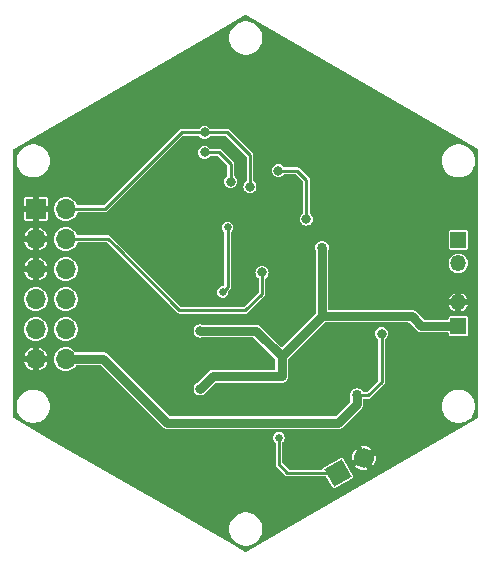
<source format=gbr>
%TF.GenerationSoftware,KiCad,Pcbnew,7.0.5*%
%TF.CreationDate,2023-06-06T16:57:07-04:00*%
%TF.ProjectId,PWR,5057522e-6b69-4636-9164-5f7063625858,rev?*%
%TF.SameCoordinates,Original*%
%TF.FileFunction,Copper,L2,Bot*%
%TF.FilePolarity,Positive*%
%FSLAX46Y46*%
G04 Gerber Fmt 4.6, Leading zero omitted, Abs format (unit mm)*
G04 Created by KiCad (PCBNEW 7.0.5) date 2023-06-06 16:57:07*
%MOMM*%
%LPD*%
G01*
G04 APERTURE LIST*
G04 Aperture macros list*
%AMHorizOval*
0 Thick line with rounded ends*
0 $1 width*
0 $2 $3 position (X,Y) of the first rounded end (center of the circle)*
0 $4 $5 position (X,Y) of the second rounded end (center of the circle)*
0 Add line between two ends*
20,1,$1,$2,$3,$4,$5,0*
0 Add two circle primitives to create the rounded ends*
1,1,$1,$2,$3*
1,1,$1,$4,$5*%
%AMRotRect*
0 Rectangle, with rotation*
0 The origin of the aperture is its center*
0 $1 length*
0 $2 width*
0 $3 Rotation angle, in degrees counterclockwise*
0 Add horizontal line*
21,1,$1,$2,0,0,$3*%
G04 Aperture macros list end*
%TA.AperFunction,ComponentPad*%
%ADD10R,1.350000X1.350000*%
%TD*%
%TA.AperFunction,ComponentPad*%
%ADD11O,1.350000X1.350000*%
%TD*%
%TA.AperFunction,ComponentPad*%
%ADD12RotRect,1.700000X1.700000X120.000000*%
%TD*%
%TA.AperFunction,ComponentPad*%
%ADD13HorizOval,1.700000X0.000000X0.000000X0.000000X0.000000X0*%
%TD*%
%TA.AperFunction,ComponentPad*%
%ADD14R,1.700000X1.700000*%
%TD*%
%TA.AperFunction,ComponentPad*%
%ADD15O,1.700000X1.700000*%
%TD*%
%TA.AperFunction,ViaPad*%
%ADD16C,0.660400*%
%TD*%
%TA.AperFunction,ViaPad*%
%ADD17C,0.863600*%
%TD*%
%TA.AperFunction,ViaPad*%
%ADD18C,0.800000*%
%TD*%
%TA.AperFunction,ViaPad*%
%ADD19C,0.762000*%
%TD*%
%TA.AperFunction,Conductor*%
%ADD20C,0.254000*%
%TD*%
%TA.AperFunction,Conductor*%
%ADD21C,0.762000*%
%TD*%
G04 APERTURE END LIST*
D10*
%TO.P,J4,1,Pin_1*%
%TO.N,/SC*%
X165000000Y-91700000D03*
D11*
%TO.P,J4,2,Pin_2*%
X165000000Y-93700000D03*
%TD*%
D10*
%TO.P,J3,1,Pin_1*%
%TO.N,/VBAT*%
X165000000Y-99000000D03*
D11*
%TO.P,J3,2,Pin_2*%
%TO.N,GND*%
X165000000Y-97000000D03*
%TD*%
D12*
%TO.P,J1,1,Pin_1*%
%TO.N,Net-(J1-Pin_1)*%
X154795818Y-111437500D03*
D13*
%TO.P,J1,2,Pin_2*%
%TO.N,GND*%
X156995523Y-110167500D03*
%TD*%
D14*
%TO.P,J2,1,Pin_1*%
%TO.N,GND*%
X129225000Y-89100000D03*
D15*
%TO.P,J2,2,Pin_2*%
%TO.N,/~{EN}*%
X131765000Y-89100000D03*
%TO.P,J2,3,Pin_3*%
%TO.N,GND*%
X129225000Y-91640000D03*
%TO.P,J2,4,Pin_4*%
%TO.N,/VBAT_OK*%
X131765000Y-91640000D03*
%TO.P,J2,5,Pin_5*%
%TO.N,GND*%
X129225000Y-94180000D03*
%TO.P,J2,6,Pin_6*%
%TO.N,/VBAT*%
X131765000Y-94180000D03*
%TO.P,J2,7,Pin_7*%
%TO.N,+3V3*%
X129225000Y-96720000D03*
%TO.P,J2,8,Pin_8*%
X131765000Y-96720000D03*
%TO.P,J2,9,Pin_9*%
%TO.N,+1V8*%
X129225000Y-99260000D03*
%TO.P,J2,10,Pin_10*%
X131765000Y-99260000D03*
%TO.P,J2,11,Pin_11*%
%TO.N,GND*%
X129225000Y-101800000D03*
%TO.P,J2,12,Pin_12*%
%TO.N,+5V*%
X131765000Y-101800000D03*
%TD*%
D16*
%TO.N,Net-(J1-Pin_1)*%
X149802494Y-108449999D03*
%TO.N,GND*%
X133650000Y-90160000D03*
X155740000Y-92990000D03*
X139650000Y-80160000D03*
X159650000Y-107160000D03*
X161650000Y-107160000D03*
X151650000Y-76160000D03*
X135650000Y-90160000D03*
X136650000Y-109160000D03*
X161650000Y-87160000D03*
X142650000Y-113160000D03*
X141650000Y-78160000D03*
X137650000Y-80160000D03*
X134650000Y-109160000D03*
X165650000Y-101160000D03*
X153650000Y-78160000D03*
X151650000Y-78160000D03*
X148410000Y-89870000D03*
X150650000Y-115160000D03*
X133650000Y-82160000D03*
X136650000Y-111160000D03*
X146650000Y-113160000D03*
X149650000Y-76160000D03*
X147650000Y-80160000D03*
X149650000Y-80160000D03*
X145650000Y-80160000D03*
X135650000Y-86160000D03*
X163650000Y-83160000D03*
X135650000Y-84160000D03*
X151190000Y-87610000D03*
X159650000Y-83160000D03*
X143650000Y-80160000D03*
X163650000Y-89160000D03*
X159650000Y-81160000D03*
X157650000Y-80160000D03*
X157670000Y-95250000D03*
X147650000Y-78160000D03*
X161650000Y-89160000D03*
X163650000Y-87160000D03*
X155280000Y-85610000D03*
X138650000Y-109160000D03*
X148410000Y-90944280D03*
X163650000Y-103160000D03*
X159650000Y-105160000D03*
X132650000Y-107160000D03*
X149650000Y-82160000D03*
X131650000Y-86160000D03*
X135650000Y-82160000D03*
X161650000Y-105160000D03*
X152730000Y-85570000D03*
X149650000Y-78160000D03*
X165650000Y-89160000D03*
X153650000Y-80160000D03*
X149565720Y-90944280D03*
X144650000Y-113160000D03*
X159650000Y-109160000D03*
X142650000Y-115160000D03*
X150650000Y-113160000D03*
X161650000Y-85160000D03*
X143650000Y-76160000D03*
X143650000Y-78160000D03*
X157650000Y-107160000D03*
X148410000Y-97950000D03*
X152650000Y-113160000D03*
X138650000Y-111160000D03*
X132650000Y-105160000D03*
X155650000Y-80160000D03*
X136650000Y-107160000D03*
X145650000Y-78160000D03*
X163650000Y-101160000D03*
X139650000Y-78160000D03*
X134650000Y-107160000D03*
X149555000Y-89885000D03*
X148650000Y-113160000D03*
X135650000Y-80160000D03*
X165650000Y-87160000D03*
X161650000Y-83160000D03*
X133650000Y-84160000D03*
X140650000Y-113160000D03*
X133650000Y-86160000D03*
X141650000Y-80160000D03*
X161650000Y-103160000D03*
D17*
%TO.N,/VBAT*%
X153450011Y-92380003D03*
D18*
X150030000Y-103252500D03*
X143130000Y-99420000D03*
X143130000Y-104320000D03*
%TO.N,Net-(U2-VOC_SAMP)*%
X152125720Y-89944280D03*
X149760000Y-85850000D03*
%TO.N,+5V*%
X158500000Y-99640000D03*
D17*
X156390010Y-104869996D03*
D19*
X140350011Y-107179999D03*
D18*
%TO.N,/~{EN}*%
X147345720Y-87204280D03*
X143508220Y-82594280D03*
%TO.N,/VBAT_OK*%
X148375720Y-94464280D03*
%TO.N,/VOUT_EN*%
X145725720Y-86784280D03*
X143508220Y-84294280D03*
D16*
%TO.N,Net-(U2-VRDIV)*%
X145027500Y-96110000D03*
X145450000Y-90650000D03*
%TD*%
D20*
%TO.N,Net-(J1-Pin_1)*%
X154795818Y-111437500D02*
X150527500Y-111437500D01*
X149802500Y-110712500D02*
X149802500Y-108450000D01*
X150527500Y-111437500D02*
X149802500Y-110712500D01*
D21*
%TO.N,/VBAT*%
X150030000Y-103252500D02*
X150030000Y-101580000D01*
X153450011Y-92380003D02*
X153450011Y-98160002D01*
X161030000Y-98160000D02*
X161870000Y-99000000D01*
X144197500Y-103252500D02*
X143130000Y-104320000D01*
X147870000Y-99420000D02*
X143130000Y-99420000D01*
X150030000Y-101580000D02*
X153450000Y-98160000D01*
X150030000Y-101580000D02*
X147870000Y-99420000D01*
X150030000Y-103252500D02*
X144197500Y-103252500D01*
X153450000Y-98160000D02*
X161030000Y-98160000D01*
X161870000Y-99000000D02*
X165000000Y-99000000D01*
D20*
%TO.N,Net-(U2-VOC_SAMP)*%
X149760000Y-85850000D02*
X151370000Y-85850000D01*
X151370000Y-85850000D02*
X152125720Y-86605720D01*
X152125720Y-86605720D02*
X152125720Y-89944280D01*
D21*
%TO.N,+5V*%
X134925989Y-101755989D02*
X140350000Y-107180000D01*
X153560000Y-107180000D02*
X154840000Y-107180000D01*
X153560000Y-107180000D02*
X140350000Y-107180000D01*
D20*
X158500000Y-103750000D02*
X157380000Y-104870000D01*
D21*
X131765000Y-101755989D02*
X134925989Y-101755989D01*
X154840000Y-107180000D02*
X156390000Y-105630000D01*
D20*
X157380000Y-104870000D02*
X156390000Y-104870000D01*
X158500000Y-99640000D02*
X158500000Y-103750000D01*
D21*
X156390000Y-105630000D02*
X156390000Y-104870000D01*
D20*
%TO.N,/~{EN}*%
X143508220Y-82594280D02*
X141565720Y-82594280D01*
X147345720Y-84534280D02*
X145405720Y-82594280D01*
X141565720Y-82594280D02*
X135104011Y-89055989D01*
X131765000Y-89055989D02*
X135104011Y-89055989D01*
X147345720Y-87204280D02*
X147345720Y-84534280D01*
X145405720Y-82594280D02*
X143508220Y-82594280D01*
%TO.N,/VBAT_OK*%
X148375720Y-96264280D02*
X146970000Y-97670000D01*
X146970000Y-97670000D02*
X144190000Y-97670000D01*
X135305989Y-91595989D02*
X135970000Y-92260000D01*
X148375720Y-94464280D02*
X148375720Y-96264280D01*
X144190000Y-97670000D02*
X141380000Y-97670000D01*
X135970000Y-92260000D02*
X141380000Y-97670000D01*
X131765000Y-91595989D02*
X135305989Y-91595989D01*
%TO.N,/VOUT_EN*%
X145725720Y-85314280D02*
X144705720Y-84294280D01*
X144705720Y-84294280D02*
X143508220Y-84294280D01*
X145725720Y-86784280D02*
X145725720Y-85314280D01*
%TO.N,Net-(U2-VRDIV)*%
X145450000Y-90650000D02*
X145450000Y-95687500D01*
X145450000Y-95687500D02*
X145027500Y-96110000D01*
%TD*%
%TA.AperFunction,Conductor*%
%TO.N,GND*%
G36*
X147043946Y-72689881D02*
G01*
X166650750Y-84009873D01*
X166689399Y-84055933D01*
X166694700Y-84085997D01*
X166694700Y-106725978D01*
X166674135Y-106782479D01*
X166650750Y-106802102D01*
X147043949Y-118122094D01*
X146984735Y-118132535D01*
X146956049Y-118122094D01*
X145978254Y-117557564D01*
X143610602Y-116190599D01*
X145589884Y-116190599D01*
X145609115Y-116422695D01*
X145609116Y-116422701D01*
X145666286Y-116648459D01*
X145666289Y-116648467D01*
X145737987Y-116811920D01*
X145759840Y-116861740D01*
X145759844Y-116861746D01*
X145887215Y-117056704D01*
X145887216Y-117056706D01*
X145887220Y-117056710D01*
X146044954Y-117228055D01*
X146228740Y-117371101D01*
X146433563Y-117481946D01*
X146653837Y-117557566D01*
X146653839Y-117557566D01*
X146653841Y-117557567D01*
X146883550Y-117595899D01*
X146883554Y-117595899D01*
X147116450Y-117595899D01*
X147346158Y-117557567D01*
X147346158Y-117557566D01*
X147346163Y-117557566D01*
X147566437Y-117481946D01*
X147771260Y-117371101D01*
X147955046Y-117228055D01*
X148112780Y-117056710D01*
X148240160Y-116861740D01*
X148333712Y-116648463D01*
X148390884Y-116422696D01*
X148410116Y-116190599D01*
X148390884Y-115958502D01*
X148390883Y-115958496D01*
X148333713Y-115732738D01*
X148333710Y-115732730D01*
X148240164Y-115519468D01*
X148240160Y-115519458D01*
X148159435Y-115395899D01*
X148112784Y-115324493D01*
X148112783Y-115324491D01*
X147955050Y-115153147D01*
X147955048Y-115153146D01*
X147955046Y-115153143D01*
X147771260Y-115010097D01*
X147566437Y-114899252D01*
X147566433Y-114899250D01*
X147566430Y-114899249D01*
X147346167Y-114823633D01*
X147346158Y-114823630D01*
X147116450Y-114785299D01*
X147116446Y-114785299D01*
X146883554Y-114785299D01*
X146883550Y-114785299D01*
X146653841Y-114823630D01*
X146653832Y-114823633D01*
X146433569Y-114899249D01*
X146228740Y-115010097D01*
X146044949Y-115153147D01*
X145887216Y-115324491D01*
X145887215Y-115324493D01*
X145759844Y-115519451D01*
X145759835Y-115519468D01*
X145666289Y-115732730D01*
X145666286Y-115732738D01*
X145609116Y-115958496D01*
X145609115Y-115958502D01*
X145589884Y-116190599D01*
X143610602Y-116190599D01*
X141176551Y-114785299D01*
X130203495Y-108450002D01*
X149314426Y-108450002D01*
X149334194Y-108587497D01*
X149334195Y-108587502D01*
X149334196Y-108587504D01*
X149391905Y-108713868D01*
X149482876Y-108818855D01*
X149482879Y-108818858D01*
X149487631Y-108822976D01*
X149486590Y-108824176D01*
X149518636Y-108866282D01*
X149522600Y-108892382D01*
X149522600Y-110652503D01*
X149520571Y-110664948D01*
X149521607Y-110665093D01*
X149520482Y-110673158D01*
X149522553Y-110717951D01*
X149522600Y-110719981D01*
X149522600Y-110738442D01*
X149523235Y-110741839D01*
X149523935Y-110747882D01*
X149525314Y-110777692D01*
X149529214Y-110786525D01*
X149535204Y-110805868D01*
X149536978Y-110815358D01*
X149536981Y-110815365D01*
X149552687Y-110840730D01*
X149555529Y-110846121D01*
X149567584Y-110873422D01*
X149574414Y-110880252D01*
X149586986Y-110896124D01*
X149592068Y-110904331D01*
X149592071Y-110904335D01*
X149615874Y-110922310D01*
X149620471Y-110926310D01*
X150287157Y-111592995D01*
X150294525Y-111603228D01*
X150295358Y-111602600D01*
X150300267Y-111609101D01*
X150321228Y-111628208D01*
X150333417Y-111639321D01*
X150334850Y-111640688D01*
X150347920Y-111653758D01*
X150347923Y-111653760D01*
X150347924Y-111653761D01*
X150350764Y-111655706D01*
X150355543Y-111659491D01*
X150377599Y-111679598D01*
X150386600Y-111683084D01*
X150404529Y-111692536D01*
X150412483Y-111697985D01*
X150412484Y-111697986D01*
X150441531Y-111704817D01*
X150447347Y-111706617D01*
X150475178Y-111717400D01*
X150484832Y-111717400D01*
X150504956Y-111719734D01*
X150514349Y-111721944D01*
X150543900Y-111717821D01*
X150549978Y-111717400D01*
X153748621Y-111717400D01*
X153805122Y-111737965D01*
X153824743Y-111761348D01*
X154359810Y-112688110D01*
X154389793Y-112722301D01*
X154444348Y-112749204D01*
X154505045Y-112753183D01*
X154548107Y-112738565D01*
X156046428Y-111873508D01*
X156080619Y-111843525D01*
X156107522Y-111788970D01*
X156111501Y-111728273D01*
X156096883Y-111685211D01*
X155231826Y-110186890D01*
X155214822Y-110167500D01*
X155988273Y-110167500D01*
X156007628Y-110364011D01*
X156028422Y-110432560D01*
X156495523Y-110162879D01*
X156495523Y-110239389D01*
X156536030Y-110377344D01*
X156613762Y-110498298D01*
X156722423Y-110592452D01*
X156747580Y-110603941D01*
X156278984Y-110874486D01*
X156283289Y-110879732D01*
X156283291Y-110879734D01*
X156435924Y-111004997D01*
X156610070Y-111098080D01*
X156799011Y-111155394D01*
X156995523Y-111174749D01*
X157192029Y-111155395D01*
X157260583Y-111134599D01*
X157260583Y-111134598D01*
X156990904Y-110667500D01*
X157031286Y-110667500D01*
X157137838Y-110652180D01*
X157268623Y-110592452D01*
X157377284Y-110498298D01*
X157431286Y-110414267D01*
X157702508Y-110884037D01*
X157707749Y-110879738D01*
X157707761Y-110879726D01*
X157833018Y-110727101D01*
X157926103Y-110552952D01*
X157983417Y-110364011D01*
X158002772Y-110167500D01*
X157983418Y-109970993D01*
X157962621Y-109902438D01*
X157495523Y-110172117D01*
X157495523Y-110095611D01*
X157455016Y-109957656D01*
X157377284Y-109836702D01*
X157268623Y-109742548D01*
X157243462Y-109731057D01*
X157712060Y-109460513D01*
X157712061Y-109460512D01*
X157707756Y-109455267D01*
X157707754Y-109455265D01*
X157555121Y-109330002D01*
X157380975Y-109236919D01*
X157192034Y-109179605D01*
X156995523Y-109160250D01*
X156799016Y-109179604D01*
X156799006Y-109179606D01*
X156730461Y-109200399D01*
X157000142Y-109667500D01*
X156959760Y-109667500D01*
X156853208Y-109682820D01*
X156722423Y-109742548D01*
X156613762Y-109836702D01*
X156559758Y-109920733D01*
X156288535Y-109450960D01*
X156283297Y-109455260D01*
X156283281Y-109455276D01*
X156158027Y-109607897D01*
X156064942Y-109782047D01*
X156007628Y-109970988D01*
X155988273Y-110167500D01*
X155214822Y-110167500D01*
X155201843Y-110152699D01*
X155147288Y-110125796D01*
X155086591Y-110121817D01*
X155086590Y-110121817D01*
X155086589Y-110121817D01*
X155043530Y-110136434D01*
X153545209Y-111001491D01*
X153545207Y-111001492D01*
X153511018Y-111031473D01*
X153511016Y-111031476D01*
X153484114Y-111086030D01*
X153482394Y-111092451D01*
X153447906Y-111141704D01*
X153397489Y-111157600D01*
X150679849Y-111157600D01*
X150623348Y-111137035D01*
X150617694Y-111131855D01*
X150108145Y-110622306D01*
X150082734Y-110567812D01*
X150082400Y-110560151D01*
X150082400Y-108892373D01*
X150102965Y-108835872D01*
X150117471Y-108823100D01*
X150117360Y-108822972D01*
X150122106Y-108818858D01*
X150122111Y-108818856D01*
X150213083Y-108713868D01*
X150270792Y-108587504D01*
X150290562Y-108449999D01*
X150290562Y-108449995D01*
X150270793Y-108312500D01*
X150270792Y-108312499D01*
X150270792Y-108312494D01*
X150213083Y-108186130D01*
X150122111Y-108081142D01*
X150122109Y-108081141D01*
X150122107Y-108081139D01*
X150005248Y-108006038D01*
X150005245Y-108006037D01*
X149978586Y-107998209D01*
X149871957Y-107966899D01*
X149871953Y-107966899D01*
X149733035Y-107966899D01*
X149733030Y-107966899D01*
X149599743Y-108006037D01*
X149599739Y-108006038D01*
X149482880Y-108081139D01*
X149482875Y-108081143D01*
X149391904Y-108186131D01*
X149334196Y-108312494D01*
X149334194Y-108312500D01*
X149314426Y-108449995D01*
X149314426Y-108450002D01*
X130203495Y-108450002D01*
X127349250Y-106802103D01*
X127310601Y-106756043D01*
X127305300Y-106725979D01*
X127305300Y-105798293D01*
X127589884Y-105798293D01*
X127609115Y-106030390D01*
X127609116Y-106030396D01*
X127666286Y-106256154D01*
X127666289Y-106256162D01*
X127737987Y-106419615D01*
X127759840Y-106469435D01*
X127759844Y-106469441D01*
X127887215Y-106664399D01*
X127887216Y-106664401D01*
X128013979Y-106802103D01*
X128044954Y-106835750D01*
X128228740Y-106978796D01*
X128433563Y-107089641D01*
X128653837Y-107165261D01*
X128653839Y-107165261D01*
X128653841Y-107165262D01*
X128883550Y-107203594D01*
X128883554Y-107203594D01*
X129116450Y-107203594D01*
X129346158Y-107165262D01*
X129346158Y-107165261D01*
X129346163Y-107165261D01*
X129566437Y-107089641D01*
X129771260Y-106978796D01*
X129955046Y-106835750D01*
X130112780Y-106664405D01*
X130240160Y-106469435D01*
X130333712Y-106256158D01*
X130390884Y-106030391D01*
X130410116Y-105798294D01*
X130390884Y-105566197D01*
X130390883Y-105566191D01*
X130333713Y-105340433D01*
X130333710Y-105340425D01*
X130288694Y-105237800D01*
X130240160Y-105127153D01*
X130159435Y-105003594D01*
X130112784Y-104932188D01*
X130112783Y-104932186D01*
X129955050Y-104760842D01*
X129955048Y-104760841D01*
X129955046Y-104760838D01*
X129771260Y-104617792D01*
X129566437Y-104506947D01*
X129566433Y-104506945D01*
X129566430Y-104506944D01*
X129346167Y-104431328D01*
X129346158Y-104431325D01*
X129116450Y-104392994D01*
X129116446Y-104392994D01*
X128883554Y-104392994D01*
X128883550Y-104392994D01*
X128653841Y-104431325D01*
X128653832Y-104431328D01*
X128433569Y-104506944D01*
X128228740Y-104617792D01*
X128044949Y-104760842D01*
X127887216Y-104932186D01*
X127887215Y-104932188D01*
X127759844Y-105127146D01*
X127759835Y-105127163D01*
X127666289Y-105340425D01*
X127666286Y-105340433D01*
X127609116Y-105566191D01*
X127609115Y-105566197D01*
X127589884Y-105798293D01*
X127305300Y-105798293D01*
X127305300Y-101545999D01*
X128254544Y-101545999D01*
X128254545Y-101546000D01*
X128793884Y-101546000D01*
X128765507Y-101590156D01*
X128725000Y-101728111D01*
X128725000Y-101871889D01*
X128765507Y-102009844D01*
X128793884Y-102054000D01*
X128254545Y-102054000D01*
X128294419Y-102185452D01*
X128387504Y-102359601D01*
X128512759Y-102512224D01*
X128512775Y-102512240D01*
X128665398Y-102637495D01*
X128665397Y-102637495D01*
X128839547Y-102730580D01*
X128970999Y-102770455D01*
X128971000Y-102770454D01*
X128971000Y-102233674D01*
X129082685Y-102284680D01*
X129189237Y-102300000D01*
X129260763Y-102300000D01*
X129367315Y-102284680D01*
X129479000Y-102233674D01*
X129479000Y-102770455D01*
X129610452Y-102730580D01*
X129784601Y-102637495D01*
X129937224Y-102512240D01*
X129937240Y-102512224D01*
X130062495Y-102359601D01*
X130155580Y-102185452D01*
X130195455Y-102054000D01*
X129656116Y-102054000D01*
X129684493Y-102009844D01*
X129725000Y-101871889D01*
X129725000Y-101799999D01*
X130757247Y-101799999D01*
X130776612Y-101996609D01*
X130833898Y-102185452D01*
X130833958Y-102185650D01*
X130927084Y-102359878D01*
X131052411Y-102512589D01*
X131205122Y-102637916D01*
X131379350Y-102731042D01*
X131568397Y-102788389D01*
X131765000Y-102807753D01*
X131961603Y-102788389D01*
X132150650Y-102731042D01*
X132324878Y-102637916D01*
X132477589Y-102512589D01*
X132602916Y-102359878D01*
X132615490Y-102336352D01*
X132660261Y-102296218D01*
X132693011Y-102289889D01*
X134668430Y-102289889D01*
X134724931Y-102310454D01*
X134730585Y-102315634D01*
X139945744Y-107530794D01*
X139949538Y-107535120D01*
X139969229Y-107560781D01*
X139969232Y-107560783D01*
X139984148Y-107572229D01*
X139994877Y-107581967D01*
X140009893Y-107598045D01*
X140009899Y-107598050D01*
X140045932Y-107619962D01*
X140049855Y-107622648D01*
X140080752Y-107646357D01*
X140081030Y-107646517D01*
X140085619Y-107649565D01*
X140085870Y-107649755D01*
X140104631Y-107657153D01*
X140118054Y-107663820D01*
X140123942Y-107667400D01*
X140135294Y-107674304D01*
X140172711Y-107684787D01*
X140177673Y-107686504D01*
X140181051Y-107687903D01*
X140210635Y-107700157D01*
X140210638Y-107700157D01*
X140217703Y-107702050D01*
X140222357Y-107703586D01*
X140222399Y-107703595D01*
X140222403Y-107703597D01*
X140242466Y-107705659D01*
X140257188Y-107708456D01*
X140276617Y-107713900D01*
X140312141Y-107713900D01*
X140317878Y-107714275D01*
X140350011Y-107718506D01*
X140350011Y-107718505D01*
X140350013Y-107718506D01*
X140355778Y-107718506D01*
X140355778Y-107718728D01*
X140367903Y-107718555D01*
X140368399Y-107718606D01*
X140388281Y-107715177D01*
X140403216Y-107713900D01*
X153486617Y-107713900D01*
X154830120Y-107713900D01*
X154831620Y-107713926D01*
X154857852Y-107714821D01*
X154895112Y-107716094D01*
X154937635Y-107705731D01*
X154942036Y-107704894D01*
X154985399Y-107698935D01*
X155003901Y-107690897D01*
X155018104Y-107686122D01*
X155037706Y-107681346D01*
X155075863Y-107659890D01*
X155079862Y-107657903D01*
X155120014Y-107640464D01*
X155135662Y-107627732D01*
X155148055Y-107619298D01*
X155165635Y-107609414D01*
X155196577Y-107578470D01*
X155199907Y-107575464D01*
X155233862Y-107547842D01*
X155245497Y-107531356D01*
X155255144Y-107519903D01*
X156760580Y-106014467D01*
X156761607Y-106013475D01*
X156808046Y-105970106D01*
X156830782Y-105932716D01*
X156833308Y-105929004D01*
X156859755Y-105894130D01*
X156867153Y-105875366D01*
X156873820Y-105861943D01*
X156884304Y-105844706D01*
X156896112Y-105802555D01*
X156897542Y-105798305D01*
X156897547Y-105798294D01*
X163589884Y-105798294D01*
X163609115Y-106030390D01*
X163609116Y-106030396D01*
X163666286Y-106256154D01*
X163666289Y-106256162D01*
X163737987Y-106419615D01*
X163759840Y-106469435D01*
X163759844Y-106469441D01*
X163887215Y-106664399D01*
X163887216Y-106664401D01*
X164013979Y-106802103D01*
X164044954Y-106835750D01*
X164228740Y-106978796D01*
X164433563Y-107089641D01*
X164653837Y-107165261D01*
X164653839Y-107165261D01*
X164653841Y-107165262D01*
X164883550Y-107203594D01*
X164883554Y-107203594D01*
X165116450Y-107203594D01*
X165346158Y-107165262D01*
X165346158Y-107165261D01*
X165346163Y-107165261D01*
X165566437Y-107089641D01*
X165771260Y-106978796D01*
X165955046Y-106835750D01*
X166112780Y-106664405D01*
X166240160Y-106469435D01*
X166333712Y-106256158D01*
X166390884Y-106030391D01*
X166410116Y-105798294D01*
X166390884Y-105566197D01*
X166390883Y-105566191D01*
X166333713Y-105340433D01*
X166333710Y-105340425D01*
X166288694Y-105237800D01*
X166240160Y-105127153D01*
X166159435Y-105003594D01*
X166112784Y-104932188D01*
X166112783Y-104932186D01*
X165955050Y-104760842D01*
X165955048Y-104760841D01*
X165955046Y-104760838D01*
X165771260Y-104617792D01*
X165566437Y-104506947D01*
X165566433Y-104506945D01*
X165566430Y-104506944D01*
X165346167Y-104431328D01*
X165346158Y-104431325D01*
X165116450Y-104392994D01*
X165116446Y-104392994D01*
X164883554Y-104392994D01*
X164883550Y-104392994D01*
X164653841Y-104431325D01*
X164653832Y-104431328D01*
X164433569Y-104506944D01*
X164228740Y-104617792D01*
X164044949Y-104760842D01*
X163887216Y-104932186D01*
X163887215Y-104932188D01*
X163759844Y-105127146D01*
X163759835Y-105127163D01*
X163666289Y-105340425D01*
X163666286Y-105340433D01*
X163609116Y-105566191D01*
X163609115Y-105566197D01*
X163589884Y-105798294D01*
X156897547Y-105798294D01*
X156913597Y-105757597D01*
X156915660Y-105737525D01*
X156918456Y-105722812D01*
X156923900Y-105703383D01*
X156923900Y-105659628D01*
X156924131Y-105655131D01*
X156928606Y-105611600D01*
X156928606Y-105611599D01*
X156925178Y-105591717D01*
X156923900Y-105576782D01*
X156923900Y-105237800D01*
X156944465Y-105181299D01*
X156996536Y-105151235D01*
X157011800Y-105149900D01*
X157320001Y-105149900D01*
X157332442Y-105151931D01*
X157332588Y-105150892D01*
X157340654Y-105152016D01*
X157340660Y-105152018D01*
X157385454Y-105149946D01*
X157387482Y-105149900D01*
X157405935Y-105149900D01*
X157409332Y-105149264D01*
X157415383Y-105148563D01*
X157433772Y-105147712D01*
X157445193Y-105147185D01*
X157451049Y-105144598D01*
X157454019Y-105143288D01*
X157473374Y-105137293D01*
X157482863Y-105135520D01*
X157508241Y-105119804D01*
X157513607Y-105116975D01*
X157540922Y-105104916D01*
X157547748Y-105098089D01*
X157563628Y-105085510D01*
X157571833Y-105080431D01*
X157589813Y-105056619D01*
X157593804Y-105052032D01*
X158655495Y-103990342D01*
X158665730Y-103982987D01*
X158665095Y-103982146D01*
X158671599Y-103977234D01*
X158671598Y-103977233D01*
X158701821Y-103944081D01*
X158703168Y-103942670D01*
X158716258Y-103929581D01*
X158718213Y-103926726D01*
X158721983Y-103921964D01*
X158742098Y-103899901D01*
X158745584Y-103890900D01*
X158755034Y-103872973D01*
X158760486Y-103865016D01*
X158767319Y-103835961D01*
X158769116Y-103830156D01*
X158779900Y-103802322D01*
X158779900Y-103792663D01*
X158782235Y-103772537D01*
X158784443Y-103763151D01*
X158780321Y-103733605D01*
X158779900Y-103727528D01*
X158779900Y-100165487D01*
X158800465Y-100108986D01*
X158814291Y-100095751D01*
X158894325Y-100034339D01*
X158894333Y-100034333D01*
X158982957Y-99918836D01*
X159038669Y-99784336D01*
X159057671Y-99640000D01*
X159038669Y-99495664D01*
X158982957Y-99361165D01*
X158982957Y-99361164D01*
X158894336Y-99245670D01*
X158894333Y-99245667D01*
X158778835Y-99157042D01*
X158644336Y-99101331D01*
X158500000Y-99082329D01*
X158355663Y-99101331D01*
X158221165Y-99157042D01*
X158105668Y-99245665D01*
X158105665Y-99245668D01*
X158017042Y-99361165D01*
X157961331Y-99495663D01*
X157942328Y-99639999D01*
X157942328Y-99640000D01*
X157961331Y-99784336D01*
X158017042Y-99918835D01*
X158105667Y-100034333D01*
X158105674Y-100034339D01*
X158185709Y-100095751D01*
X158218016Y-100146461D01*
X158220100Y-100165487D01*
X158220100Y-103597652D01*
X158199535Y-103654153D01*
X158194355Y-103659807D01*
X157289807Y-104564355D01*
X157235313Y-104589766D01*
X157227652Y-104590100D01*
X156955583Y-104590100D01*
X156899082Y-104569535D01*
X156885847Y-104555709D01*
X156807027Y-104452987D01*
X156807021Y-104452981D01*
X156684882Y-104359261D01*
X156542647Y-104300346D01*
X156390010Y-104280251D01*
X156237372Y-104300346D01*
X156095137Y-104359262D01*
X156095135Y-104359263D01*
X155973001Y-104452978D01*
X155972992Y-104452987D01*
X155879277Y-104575121D01*
X155879276Y-104575123D01*
X155869455Y-104598835D01*
X155820360Y-104717359D01*
X155800265Y-104869996D01*
X155820360Y-105022633D01*
X155848628Y-105090879D01*
X155849409Y-105092763D01*
X155856100Y-105126401D01*
X155856100Y-105372440D01*
X155835535Y-105428941D01*
X155830355Y-105434595D01*
X154644596Y-106620355D01*
X154590102Y-106645766D01*
X154582441Y-106646100D01*
X140607559Y-106646100D01*
X140551058Y-106625535D01*
X140545404Y-106620355D01*
X138245049Y-104320000D01*
X142572329Y-104320000D01*
X142591331Y-104464336D01*
X142647042Y-104598835D01*
X142735665Y-104714331D01*
X142735668Y-104714334D01*
X142796273Y-104760838D01*
X142851164Y-104802957D01*
X142985664Y-104858669D01*
X143130000Y-104877671D01*
X143274336Y-104858669D01*
X143408836Y-104802957D01*
X143524333Y-104714333D01*
X143612957Y-104598836D01*
X143612958Y-104598831D01*
X143615838Y-104593846D01*
X143617023Y-104594530D01*
X143630086Y-104574961D01*
X144392903Y-103812145D01*
X144447398Y-103786734D01*
X144455059Y-103786400D01*
X149856665Y-103786400D01*
X149879741Y-103790991D01*
X149880094Y-103789677D01*
X149885660Y-103791167D01*
X149885664Y-103791169D01*
X150030000Y-103810171D01*
X150174336Y-103791169D01*
X150308836Y-103735457D01*
X150424333Y-103646833D01*
X150512957Y-103531336D01*
X150568669Y-103396836D01*
X150587671Y-103252500D01*
X150568669Y-103108164D01*
X150567178Y-103102600D01*
X150568486Y-103102249D01*
X150563900Y-103079166D01*
X150563900Y-101837559D01*
X150584465Y-101781058D01*
X150589645Y-101775404D01*
X153645404Y-98719645D01*
X153699898Y-98694234D01*
X153707559Y-98693900D01*
X160772441Y-98693900D01*
X160828942Y-98714465D01*
X160834596Y-98719645D01*
X161485502Y-99370552D01*
X161486524Y-99371609D01*
X161504170Y-99390503D01*
X161529892Y-99418045D01*
X161567276Y-99440779D01*
X161570998Y-99443312D01*
X161605867Y-99469753D01*
X161605866Y-99469753D01*
X161605868Y-99469754D01*
X161605870Y-99469755D01*
X161624631Y-99477153D01*
X161638054Y-99483820D01*
X161643942Y-99487400D01*
X161655294Y-99494304D01*
X161683033Y-99502075D01*
X161697431Y-99506110D01*
X161701699Y-99507546D01*
X161729565Y-99518534D01*
X161742402Y-99523597D01*
X161762472Y-99525660D01*
X161777191Y-99528457D01*
X161796617Y-99533900D01*
X161840369Y-99533900D01*
X161844866Y-99534131D01*
X161864356Y-99536134D01*
X161888399Y-99538606D01*
X161904435Y-99535840D01*
X161908281Y-99535178D01*
X161923215Y-99533900D01*
X164084201Y-99533900D01*
X164140702Y-99554465D01*
X164170766Y-99606536D01*
X164172101Y-99621799D01*
X164172101Y-99690056D01*
X164180972Y-99734658D01*
X164214766Y-99785234D01*
X164231701Y-99796550D01*
X164265341Y-99819028D01*
X164269615Y-99819878D01*
X164309943Y-99827900D01*
X165690056Y-99827899D01*
X165690058Y-99827899D01*
X165702750Y-99825374D01*
X165734658Y-99819028D01*
X165785234Y-99785234D01*
X165819028Y-99734658D01*
X165827900Y-99690057D01*
X165827899Y-98309944D01*
X165827899Y-98309943D01*
X165827899Y-98309941D01*
X165824111Y-98290902D01*
X165819028Y-98265342D01*
X165785234Y-98214766D01*
X165785002Y-98214611D01*
X165734658Y-98180971D01*
X165697456Y-98173571D01*
X165690057Y-98172100D01*
X165690056Y-98172100D01*
X164309941Y-98172100D01*
X164265341Y-98180972D01*
X164214767Y-98214765D01*
X164214764Y-98214768D01*
X164180971Y-98265341D01*
X164172100Y-98309943D01*
X164172100Y-98378200D01*
X164151535Y-98434701D01*
X164099464Y-98464765D01*
X164084200Y-98466100D01*
X162127559Y-98466100D01*
X162071058Y-98445535D01*
X162065404Y-98440355D01*
X161414482Y-97789432D01*
X161413487Y-97788404D01*
X161370106Y-97741954D01*
X161346754Y-97727753D01*
X161332721Y-97719219D01*
X161329000Y-97716687D01*
X161318054Y-97708387D01*
X161294130Y-97690245D01*
X161294128Y-97690244D01*
X161286345Y-97687175D01*
X161275364Y-97682844D01*
X161261945Y-97676179D01*
X161244706Y-97665696D01*
X161244703Y-97665695D01*
X161222312Y-97659421D01*
X161202561Y-97653888D01*
X161198300Y-97652454D01*
X161157597Y-97636403D01*
X161137524Y-97634338D01*
X161122807Y-97631541D01*
X161111061Y-97628251D01*
X161103384Y-97626100D01*
X161103383Y-97626100D01*
X161059630Y-97626100D01*
X161055133Y-97625869D01*
X161011606Y-97621394D01*
X161011598Y-97621394D01*
X160991719Y-97624822D01*
X160976785Y-97626100D01*
X154071811Y-97626100D01*
X154015310Y-97605535D01*
X153985246Y-97553464D01*
X153983911Y-97538200D01*
X153983911Y-97254000D01*
X164212549Y-97254000D01*
X164239970Y-97338389D01*
X164326934Y-97489015D01*
X164326935Y-97489016D01*
X164443310Y-97618264D01*
X164584022Y-97720497D01*
X164742912Y-97791239D01*
X164745999Y-97791894D01*
X164746000Y-97791894D01*
X164746000Y-97311686D01*
X164761955Y-97327641D01*
X164874852Y-97385165D01*
X164968519Y-97400000D01*
X165031481Y-97400000D01*
X165125148Y-97385165D01*
X165238045Y-97327641D01*
X165254000Y-97311686D01*
X165254000Y-97791894D01*
X165257087Y-97791239D01*
X165415977Y-97720497D01*
X165556689Y-97618264D01*
X165673064Y-97489016D01*
X165673065Y-97489015D01*
X165760029Y-97338389D01*
X165787451Y-97254000D01*
X165311686Y-97254000D01*
X165327641Y-97238045D01*
X165385165Y-97125148D01*
X165404986Y-97000000D01*
X165385165Y-96874852D01*
X165327641Y-96761955D01*
X165311686Y-96746000D01*
X165787450Y-96746000D01*
X165787450Y-96745999D01*
X165760029Y-96661610D01*
X165673065Y-96510984D01*
X165673064Y-96510983D01*
X165556689Y-96381735D01*
X165415977Y-96279502D01*
X165257088Y-96208761D01*
X165254000Y-96208104D01*
X165254000Y-96688313D01*
X165238045Y-96672359D01*
X165125148Y-96614835D01*
X165031481Y-96600000D01*
X164968519Y-96600000D01*
X164874852Y-96614835D01*
X164761955Y-96672359D01*
X164746000Y-96688314D01*
X164746000Y-96208104D01*
X164742911Y-96208761D01*
X164584022Y-96279502D01*
X164443310Y-96381735D01*
X164326935Y-96510983D01*
X164326934Y-96510984D01*
X164239970Y-96661610D01*
X164212549Y-96745999D01*
X164212550Y-96746000D01*
X164688314Y-96746000D01*
X164672359Y-96761955D01*
X164614835Y-96874852D01*
X164595014Y-97000000D01*
X164614835Y-97125148D01*
X164672359Y-97238045D01*
X164688314Y-97254000D01*
X164212549Y-97254000D01*
X153983911Y-97254000D01*
X153983911Y-93700004D01*
X164167540Y-93700004D01*
X164185729Y-93873072D01*
X164185731Y-93873078D01*
X164239510Y-94038592D01*
X164326526Y-94189308D01*
X164442976Y-94318638D01*
X164583770Y-94420932D01*
X164742756Y-94491717D01*
X164912984Y-94527900D01*
X165087016Y-94527900D01*
X165257244Y-94491717D01*
X165416230Y-94420932D01*
X165557024Y-94318638D01*
X165673474Y-94189308D01*
X165760490Y-94038592D01*
X165814269Y-93873078D01*
X165814270Y-93873072D01*
X165832460Y-93700004D01*
X165832460Y-93699995D01*
X165814270Y-93526927D01*
X165814269Y-93526924D01*
X165814269Y-93526922D01*
X165760490Y-93361408D01*
X165673474Y-93210692D01*
X165557024Y-93081362D01*
X165416230Y-92979068D01*
X165257244Y-92908283D01*
X165257242Y-92908282D01*
X165257241Y-92908282D01*
X165087016Y-92872100D01*
X164912984Y-92872100D01*
X164742758Y-92908282D01*
X164742754Y-92908284D01*
X164583769Y-92979068D01*
X164442977Y-93081361D01*
X164442975Y-93081362D01*
X164326527Y-93210690D01*
X164239511Y-93361406D01*
X164185729Y-93526927D01*
X164167540Y-93699995D01*
X164167540Y-93700004D01*
X153983911Y-93700004D01*
X153983911Y-92636432D01*
X153990602Y-92602794D01*
X154003754Y-92571042D01*
X154019661Y-92532640D01*
X154038432Y-92390058D01*
X164172100Y-92390058D01*
X164180972Y-92434658D01*
X164214766Y-92485234D01*
X164231701Y-92496550D01*
X164265341Y-92519028D01*
X164272741Y-92520499D01*
X164309943Y-92527900D01*
X165690056Y-92527899D01*
X165690058Y-92527899D01*
X165702750Y-92525374D01*
X165734658Y-92519028D01*
X165785234Y-92485234D01*
X165819028Y-92434658D01*
X165827900Y-92390057D01*
X165827899Y-91009944D01*
X165827899Y-91009943D01*
X165827899Y-91009941D01*
X165824111Y-90990902D01*
X165819028Y-90965342D01*
X165785234Y-90914766D01*
X165783892Y-90913869D01*
X165734658Y-90880971D01*
X165697456Y-90873571D01*
X165690057Y-90872100D01*
X165690056Y-90872100D01*
X164309941Y-90872100D01*
X164265341Y-90880972D01*
X164214767Y-90914765D01*
X164214764Y-90914768D01*
X164180971Y-90965341D01*
X164172100Y-91009943D01*
X164172100Y-92390058D01*
X154038432Y-92390058D01*
X154039756Y-92380003D01*
X154019661Y-92227366D01*
X153960745Y-92085131D01*
X153960743Y-92085128D01*
X153867028Y-91962994D01*
X153867022Y-91962988D01*
X153744883Y-91869268D01*
X153602648Y-91810353D01*
X153450011Y-91790258D01*
X153297373Y-91810353D01*
X153155138Y-91869269D01*
X153155136Y-91869270D01*
X153033002Y-91962985D01*
X153032993Y-91962994D01*
X152939278Y-92085128D01*
X152939277Y-92085130D01*
X152880361Y-92227365D01*
X152860266Y-92380002D01*
X152860266Y-92380003D01*
X152880361Y-92532640D01*
X152909420Y-92602794D01*
X152916111Y-92636432D01*
X152916111Y-97902430D01*
X152895546Y-97958931D01*
X152890366Y-97964585D01*
X150092155Y-100762796D01*
X150037661Y-100788207D01*
X149979583Y-100772644D01*
X149967845Y-100762796D01*
X148254482Y-99049432D01*
X148253487Y-99048404D01*
X148210106Y-99001954D01*
X148172722Y-98979219D01*
X148169000Y-98976687D01*
X148162589Y-98971825D01*
X148134130Y-98950245D01*
X148134128Y-98950244D01*
X148126345Y-98947175D01*
X148115364Y-98942844D01*
X148101945Y-98936179D01*
X148084706Y-98925696D01*
X148084703Y-98925695D01*
X148062312Y-98919421D01*
X148042561Y-98913888D01*
X148038300Y-98912454D01*
X147997597Y-98896403D01*
X147977524Y-98894338D01*
X147962807Y-98891541D01*
X147951061Y-98888251D01*
X147943384Y-98886100D01*
X147943383Y-98886100D01*
X147899630Y-98886100D01*
X147895133Y-98885869D01*
X147851606Y-98881394D01*
X147851598Y-98881394D01*
X147831719Y-98884822D01*
X147816785Y-98886100D01*
X143303335Y-98886100D01*
X143280258Y-98881508D01*
X143279906Y-98882823D01*
X143274337Y-98881331D01*
X143130000Y-98862329D01*
X142985663Y-98881331D01*
X142851165Y-98937042D01*
X142735668Y-99025665D01*
X142735665Y-99025668D01*
X142647042Y-99141165D01*
X142591331Y-99275663D01*
X142572329Y-99419999D01*
X142572329Y-99420000D01*
X142591331Y-99564336D01*
X142647042Y-99698835D01*
X142735665Y-99814331D01*
X142735668Y-99814334D01*
X142753348Y-99827900D01*
X142851164Y-99902957D01*
X142985664Y-99958669D01*
X143130000Y-99977671D01*
X143274336Y-99958669D01*
X143274340Y-99958666D01*
X143279906Y-99957177D01*
X143280258Y-99958491D01*
X143303335Y-99953900D01*
X147612441Y-99953900D01*
X147668942Y-99974465D01*
X147674596Y-99979645D01*
X149470355Y-101775403D01*
X149495766Y-101829897D01*
X149496100Y-101837558D01*
X149496100Y-102630700D01*
X149475535Y-102687201D01*
X149423464Y-102717265D01*
X149408200Y-102718600D01*
X144207381Y-102718600D01*
X144205881Y-102718574D01*
X144142389Y-102716406D01*
X144142388Y-102716406D01*
X144138863Y-102717265D01*
X144099872Y-102726765D01*
X144095451Y-102727605D01*
X144052100Y-102733565D01*
X144052094Y-102733566D01*
X144033595Y-102741601D01*
X144019396Y-102746376D01*
X143999795Y-102751153D01*
X143999790Y-102751155D01*
X143961641Y-102772604D01*
X143957610Y-102774606D01*
X143917488Y-102792034D01*
X143917482Y-102792038D01*
X143901837Y-102804766D01*
X143889453Y-102813195D01*
X143871866Y-102823084D01*
X143871862Y-102823088D01*
X143840922Y-102854026D01*
X143837581Y-102857041D01*
X143803640Y-102884655D01*
X143803638Y-102884658D01*
X143792005Y-102901137D01*
X143782351Y-102912598D01*
X142875036Y-103819913D01*
X142855481Y-103832995D01*
X142856155Y-103834162D01*
X142851161Y-103837045D01*
X142735671Y-103925662D01*
X142735665Y-103925668D01*
X142647042Y-104041165D01*
X142591331Y-104175663D01*
X142572329Y-104319999D01*
X142572329Y-104320000D01*
X138245049Y-104320000D01*
X135310471Y-101385421D01*
X135309476Y-101384393D01*
X135266095Y-101337943D01*
X135228711Y-101315208D01*
X135224989Y-101312676D01*
X135218578Y-101307814D01*
X135190119Y-101286234D01*
X135190117Y-101286233D01*
X135182334Y-101283164D01*
X135171353Y-101278833D01*
X135157934Y-101272168D01*
X135140695Y-101261685D01*
X135140692Y-101261684D01*
X135118301Y-101255410D01*
X135098550Y-101249877D01*
X135094289Y-101248443D01*
X135053586Y-101232392D01*
X135033513Y-101230327D01*
X135018796Y-101227530D01*
X135007050Y-101224240D01*
X134999373Y-101222089D01*
X134999372Y-101222089D01*
X134955619Y-101222089D01*
X134951122Y-101221858D01*
X134907595Y-101217383D01*
X134907587Y-101217383D01*
X134887708Y-101220811D01*
X134872774Y-101222089D01*
X132629690Y-101222089D01*
X132573189Y-101201524D01*
X132561746Y-101189956D01*
X132477589Y-101087411D01*
X132324878Y-100962084D01*
X132150650Y-100868958D01*
X132150649Y-100868957D01*
X132150648Y-100868957D01*
X131961609Y-100811612D01*
X131961604Y-100811611D01*
X131961603Y-100811611D01*
X131765000Y-100792247D01*
X131764999Y-100792247D01*
X131717657Y-100796909D01*
X131568397Y-100811611D01*
X131568395Y-100811611D01*
X131568390Y-100811612D01*
X131379351Y-100868957D01*
X131205121Y-100962084D01*
X131052413Y-101087409D01*
X131052409Y-101087413D01*
X130927084Y-101240121D01*
X130833957Y-101414351D01*
X130776612Y-101603390D01*
X130757247Y-101799999D01*
X129725000Y-101799999D01*
X129725000Y-101728111D01*
X129684493Y-101590156D01*
X129656116Y-101546000D01*
X130195455Y-101546000D01*
X130195455Y-101545999D01*
X130155580Y-101414547D01*
X130062495Y-101240398D01*
X129937240Y-101087775D01*
X129937224Y-101087759D01*
X129784601Y-100962504D01*
X129784602Y-100962504D01*
X129610458Y-100869422D01*
X129479000Y-100829544D01*
X129478999Y-101366325D01*
X129367315Y-101315320D01*
X129260763Y-101300000D01*
X129189237Y-101300000D01*
X129082685Y-101315320D01*
X128971000Y-101366325D01*
X128971000Y-100829544D01*
X128839541Y-100869422D01*
X128665398Y-100962504D01*
X128512775Y-101087759D01*
X128512759Y-101087775D01*
X128387504Y-101240398D01*
X128294419Y-101414547D01*
X128254544Y-101545999D01*
X127305300Y-101545999D01*
X127305300Y-99260000D01*
X128217247Y-99260000D01*
X128235052Y-99440779D01*
X128236612Y-99456609D01*
X128292244Y-99640000D01*
X128293958Y-99645650D01*
X128387084Y-99819878D01*
X128512411Y-99972589D01*
X128665122Y-100097916D01*
X128839350Y-100191042D01*
X129028397Y-100248389D01*
X129225000Y-100267753D01*
X129421603Y-100248389D01*
X129610650Y-100191042D01*
X129784878Y-100097916D01*
X129937589Y-99972589D01*
X130062916Y-99819878D01*
X130156042Y-99645650D01*
X130213389Y-99456603D01*
X130232753Y-99260000D01*
X130757247Y-99260000D01*
X130775052Y-99440779D01*
X130776612Y-99456609D01*
X130832244Y-99640000D01*
X130833958Y-99645650D01*
X130927084Y-99819878D01*
X131052411Y-99972589D01*
X131205122Y-100097916D01*
X131379350Y-100191042D01*
X131568397Y-100248389D01*
X131765000Y-100267753D01*
X131961603Y-100248389D01*
X132150650Y-100191042D01*
X132324878Y-100097916D01*
X132477589Y-99972589D01*
X132602916Y-99819878D01*
X132696042Y-99645650D01*
X132753389Y-99456603D01*
X132772753Y-99260000D01*
X132753389Y-99063397D01*
X132748825Y-99048353D01*
X132727086Y-98976687D01*
X132696042Y-98874350D01*
X132602916Y-98700122D01*
X132477589Y-98547411D01*
X132324878Y-98422084D01*
X132150650Y-98328958D01*
X132150649Y-98328957D01*
X132150648Y-98328957D01*
X131961609Y-98271612D01*
X131961604Y-98271611D01*
X131961603Y-98271611D01*
X131765000Y-98252247D01*
X131568397Y-98271611D01*
X131568395Y-98271611D01*
X131568390Y-98271612D01*
X131379351Y-98328957D01*
X131205121Y-98422084D01*
X131052413Y-98547409D01*
X131052409Y-98547413D01*
X130927084Y-98700121D01*
X130833957Y-98874351D01*
X130776612Y-99063390D01*
X130776611Y-99063395D01*
X130776611Y-99063397D01*
X130757247Y-99260000D01*
X130232753Y-99260000D01*
X130213389Y-99063397D01*
X130208825Y-99048353D01*
X130187086Y-98976687D01*
X130156042Y-98874350D01*
X130062916Y-98700122D01*
X129937589Y-98547411D01*
X129784878Y-98422084D01*
X129610650Y-98328958D01*
X129610649Y-98328957D01*
X129610648Y-98328957D01*
X129421609Y-98271612D01*
X129421604Y-98271611D01*
X129421603Y-98271611D01*
X129225000Y-98252247D01*
X129028397Y-98271611D01*
X129028395Y-98271611D01*
X129028390Y-98271612D01*
X128839351Y-98328957D01*
X128665121Y-98422084D01*
X128512413Y-98547409D01*
X128512409Y-98547413D01*
X128387084Y-98700121D01*
X128293957Y-98874351D01*
X128236612Y-99063390D01*
X128236611Y-99063395D01*
X128236611Y-99063397D01*
X128217247Y-99260000D01*
X127305300Y-99260000D01*
X127305300Y-96719999D01*
X128217247Y-96719999D01*
X128236612Y-96916609D01*
X128261909Y-97000000D01*
X128293958Y-97105650D01*
X128387084Y-97279878D01*
X128512411Y-97432589D01*
X128665122Y-97557916D01*
X128839350Y-97651042D01*
X129028397Y-97708389D01*
X129225000Y-97727753D01*
X129421603Y-97708389D01*
X129610650Y-97651042D01*
X129784878Y-97557916D01*
X129937589Y-97432589D01*
X130062916Y-97279878D01*
X130156042Y-97105650D01*
X130213389Y-96916603D01*
X130232753Y-96720000D01*
X130757247Y-96720000D01*
X130776612Y-96916609D01*
X130801909Y-97000000D01*
X130833958Y-97105650D01*
X130927084Y-97279878D01*
X131052411Y-97432589D01*
X131205122Y-97557916D01*
X131379350Y-97651042D01*
X131568397Y-97708389D01*
X131765000Y-97727753D01*
X131961603Y-97708389D01*
X132150650Y-97651042D01*
X132324878Y-97557916D01*
X132477589Y-97432589D01*
X132602916Y-97279878D01*
X132696042Y-97105650D01*
X132753389Y-96916603D01*
X132772753Y-96720000D01*
X132753389Y-96523397D01*
X132739878Y-96478859D01*
X132726947Y-96436231D01*
X132696042Y-96334350D01*
X132602916Y-96160122D01*
X132477589Y-96007411D01*
X132324878Y-95882084D01*
X132150650Y-95788958D01*
X132150649Y-95788957D01*
X132150648Y-95788957D01*
X131961609Y-95731612D01*
X131961604Y-95731611D01*
X131961603Y-95731611D01*
X131765000Y-95712247D01*
X131764999Y-95712247D01*
X131717657Y-95716909D01*
X131568397Y-95731611D01*
X131568395Y-95731611D01*
X131568390Y-95731612D01*
X131379351Y-95788957D01*
X131205121Y-95882084D01*
X131052413Y-96007409D01*
X131052409Y-96007413D01*
X130927084Y-96160121D01*
X130833957Y-96334351D01*
X130776612Y-96523390D01*
X130757247Y-96720000D01*
X130232753Y-96720000D01*
X130213389Y-96523397D01*
X130199878Y-96478859D01*
X130186947Y-96436231D01*
X130156042Y-96334350D01*
X130062916Y-96160122D01*
X129937589Y-96007411D01*
X129784878Y-95882084D01*
X129610650Y-95788958D01*
X129610649Y-95788957D01*
X129610648Y-95788957D01*
X129421609Y-95731612D01*
X129421604Y-95731611D01*
X129421603Y-95731611D01*
X129225000Y-95712247D01*
X129224999Y-95712247D01*
X129177657Y-95716909D01*
X129028397Y-95731611D01*
X129028395Y-95731611D01*
X129028390Y-95731612D01*
X128839351Y-95788957D01*
X128665121Y-95882084D01*
X128512413Y-96007409D01*
X128512409Y-96007413D01*
X128387084Y-96160121D01*
X128293957Y-96334351D01*
X128236612Y-96523390D01*
X128217247Y-96719999D01*
X127305300Y-96719999D01*
X127305300Y-95535152D01*
X127305300Y-93925999D01*
X128254544Y-93925999D01*
X128254545Y-93926000D01*
X128793884Y-93926000D01*
X128765507Y-93970156D01*
X128725000Y-94108111D01*
X128725000Y-94251889D01*
X128765507Y-94389844D01*
X128793884Y-94434000D01*
X128254545Y-94434000D01*
X128294419Y-94565452D01*
X128387504Y-94739601D01*
X128512759Y-94892224D01*
X128512775Y-94892240D01*
X128665398Y-95017495D01*
X128665397Y-95017495D01*
X128839547Y-95110580D01*
X128970999Y-95150455D01*
X128971000Y-95150454D01*
X128971000Y-94613674D01*
X129082685Y-94664680D01*
X129189237Y-94680000D01*
X129260763Y-94680000D01*
X129367315Y-94664680D01*
X129479000Y-94613674D01*
X129479000Y-95150455D01*
X129610452Y-95110580D01*
X129784601Y-95017495D01*
X129937224Y-94892240D01*
X129937240Y-94892224D01*
X130062495Y-94739601D01*
X130155580Y-94565452D01*
X130195455Y-94434000D01*
X129656116Y-94434000D01*
X129684493Y-94389844D01*
X129725000Y-94251889D01*
X129725000Y-94180000D01*
X130757247Y-94180000D01*
X130771030Y-94319944D01*
X130776612Y-94376609D01*
X130833898Y-94565452D01*
X130833958Y-94565650D01*
X130927084Y-94739878D01*
X131052411Y-94892589D01*
X131205122Y-95017916D01*
X131379350Y-95111042D01*
X131568397Y-95168389D01*
X131765000Y-95187753D01*
X131961603Y-95168389D01*
X132150650Y-95111042D01*
X132324878Y-95017916D01*
X132477589Y-94892589D01*
X132602916Y-94739878D01*
X132696042Y-94565650D01*
X132753389Y-94376603D01*
X132772753Y-94180000D01*
X132753389Y-93983397D01*
X132696042Y-93794350D01*
X132602916Y-93620122D01*
X132477589Y-93467411D01*
X132324878Y-93342084D01*
X132150650Y-93248958D01*
X132150649Y-93248957D01*
X132150648Y-93248957D01*
X131961609Y-93191612D01*
X131961604Y-93191611D01*
X131961603Y-93191611D01*
X131765000Y-93172247D01*
X131568397Y-93191611D01*
X131568395Y-93191611D01*
X131568390Y-93191612D01*
X131379351Y-93248957D01*
X131205121Y-93342084D01*
X131052413Y-93467409D01*
X131052409Y-93467413D01*
X130927084Y-93620121D01*
X130833957Y-93794351D01*
X130776612Y-93983390D01*
X130776611Y-93983395D01*
X130776611Y-93983397D01*
X130757247Y-94180000D01*
X129725000Y-94180000D01*
X129725000Y-94108111D01*
X129684493Y-93970156D01*
X129656116Y-93926000D01*
X130195455Y-93926000D01*
X130195455Y-93925999D01*
X130155580Y-93794547D01*
X130062495Y-93620398D01*
X129937240Y-93467775D01*
X129937224Y-93467759D01*
X129784601Y-93342504D01*
X129784602Y-93342504D01*
X129610458Y-93249422D01*
X129479000Y-93209544D01*
X129478999Y-93746325D01*
X129367315Y-93695320D01*
X129260763Y-93680000D01*
X129189237Y-93680000D01*
X129082685Y-93695320D01*
X128971000Y-93746325D01*
X128971000Y-93209544D01*
X128839541Y-93249422D01*
X128665398Y-93342504D01*
X128512775Y-93467759D01*
X128512759Y-93467775D01*
X128387504Y-93620398D01*
X128294419Y-93794547D01*
X128254544Y-93925999D01*
X127305300Y-93925999D01*
X127305300Y-91385999D01*
X128254544Y-91385999D01*
X128254545Y-91386000D01*
X128793884Y-91386000D01*
X128765507Y-91430156D01*
X128725000Y-91568111D01*
X128725000Y-91711889D01*
X128765507Y-91849844D01*
X128793884Y-91894000D01*
X128254545Y-91894000D01*
X128294419Y-92025452D01*
X128387504Y-92199601D01*
X128512759Y-92352224D01*
X128512775Y-92352240D01*
X128665398Y-92477495D01*
X128665397Y-92477495D01*
X128839547Y-92570580D01*
X128970999Y-92610455D01*
X128971000Y-92610454D01*
X128971000Y-92073674D01*
X129082685Y-92124680D01*
X129189237Y-92140000D01*
X129260763Y-92140000D01*
X129367315Y-92124680D01*
X129479000Y-92073674D01*
X129479000Y-92610455D01*
X129610452Y-92570580D01*
X129784601Y-92477495D01*
X129937224Y-92352240D01*
X129937240Y-92352224D01*
X130062495Y-92199601D01*
X130155580Y-92025452D01*
X130195455Y-91894000D01*
X129656116Y-91894000D01*
X129684493Y-91849844D01*
X129725000Y-91711889D01*
X129725000Y-91640000D01*
X130757247Y-91640000D01*
X130772046Y-91790258D01*
X130776612Y-91836609D01*
X130833898Y-92025452D01*
X130833958Y-92025650D01*
X130927084Y-92199878D01*
X131052411Y-92352589D01*
X131205122Y-92477916D01*
X131379350Y-92571042D01*
X131568397Y-92628389D01*
X131765000Y-92647753D01*
X131961603Y-92628389D01*
X132150650Y-92571042D01*
X132324878Y-92477916D01*
X132477589Y-92352589D01*
X132602916Y-92199878D01*
X132696042Y-92025650D01*
X132722548Y-91938271D01*
X132758629Y-91890174D01*
X132806663Y-91875889D01*
X135153641Y-91875889D01*
X135210142Y-91896454D01*
X135215795Y-91901633D01*
X135790419Y-92476258D01*
X135790422Y-92476260D01*
X141139658Y-97825497D01*
X141147024Y-97835729D01*
X141147858Y-97835100D01*
X141152766Y-97841599D01*
X141185890Y-97871796D01*
X141187359Y-97873198D01*
X141200419Y-97886258D01*
X141203274Y-97888213D01*
X141208047Y-97891995D01*
X141230099Y-97912098D01*
X141239101Y-97915585D01*
X141257019Y-97925030D01*
X141264984Y-97930486D01*
X141294027Y-97937316D01*
X141299845Y-97939118D01*
X141310610Y-97943288D01*
X141327678Y-97949900D01*
X141337334Y-97949900D01*
X141357456Y-97952234D01*
X141366849Y-97954443D01*
X141396394Y-97950321D01*
X141402472Y-97949900D01*
X144137678Y-97949900D01*
X146910001Y-97949900D01*
X146922442Y-97951931D01*
X146922588Y-97950892D01*
X146930654Y-97952016D01*
X146930660Y-97952018D01*
X146975454Y-97949946D01*
X146977482Y-97949900D01*
X146995935Y-97949900D01*
X146999332Y-97949264D01*
X147005383Y-97948563D01*
X147023772Y-97947712D01*
X147035193Y-97947185D01*
X147041049Y-97944598D01*
X147044019Y-97943288D01*
X147063374Y-97937293D01*
X147072863Y-97935520D01*
X147098241Y-97919804D01*
X147103607Y-97916975D01*
X147130922Y-97904916D01*
X147137749Y-97898088D01*
X147153628Y-97885510D01*
X147161833Y-97880431D01*
X147179822Y-97856609D01*
X147183802Y-97852035D01*
X148531215Y-96504622D01*
X148541450Y-96497267D01*
X148540815Y-96496426D01*
X148547319Y-96491514D01*
X148558859Y-96478855D01*
X148577541Y-96458361D01*
X148578888Y-96456950D01*
X148591978Y-96443861D01*
X148593933Y-96441006D01*
X148597703Y-96436244D01*
X148617818Y-96414181D01*
X148621304Y-96405180D01*
X148630754Y-96387253D01*
X148636206Y-96379296D01*
X148643039Y-96350241D01*
X148644836Y-96344436D01*
X148655620Y-96316602D01*
X148655620Y-96306943D01*
X148657955Y-96286817D01*
X148660163Y-96277431D01*
X148656041Y-96247885D01*
X148655620Y-96241808D01*
X148655620Y-94989767D01*
X148676185Y-94933266D01*
X148690011Y-94920031D01*
X148770045Y-94858619D01*
X148770053Y-94858613D01*
X148858677Y-94743116D01*
X148914389Y-94608616D01*
X148933391Y-94464280D01*
X148914389Y-94319944D01*
X148858677Y-94185445D01*
X148799337Y-94108111D01*
X148770056Y-94069950D01*
X148770053Y-94069947D01*
X148654555Y-93981322D01*
X148520056Y-93925611D01*
X148375720Y-93906609D01*
X148231383Y-93925611D01*
X148096885Y-93981322D01*
X147981388Y-94069945D01*
X147981385Y-94069948D01*
X147892762Y-94185445D01*
X147837051Y-94319943D01*
X147818049Y-94464279D01*
X147818049Y-94464280D01*
X147837051Y-94608616D01*
X147892762Y-94743115D01*
X147981387Y-94858613D01*
X147981394Y-94858619D01*
X148061429Y-94920031D01*
X148093736Y-94970741D01*
X148095820Y-94989767D01*
X148095820Y-96111931D01*
X148075255Y-96168432D01*
X148070075Y-96174086D01*
X146879807Y-97364355D01*
X146825313Y-97389766D01*
X146817652Y-97390100D01*
X141532348Y-97390100D01*
X141475847Y-97369535D01*
X141470193Y-97364355D01*
X140215841Y-96110003D01*
X144539432Y-96110003D01*
X144559200Y-96247498D01*
X144559201Y-96247503D01*
X144559202Y-96247505D01*
X144616911Y-96373869D01*
X144707883Y-96478857D01*
X144707885Y-96478858D01*
X144707886Y-96478859D01*
X144824745Y-96553960D01*
X144824746Y-96553960D01*
X144824749Y-96553962D01*
X144915535Y-96580619D01*
X144958036Y-96593099D01*
X144958039Y-96593099D01*
X144958041Y-96593100D01*
X144958042Y-96593100D01*
X145096958Y-96593100D01*
X145096959Y-96593100D01*
X145096961Y-96593099D01*
X145096963Y-96593099D01*
X145112805Y-96588446D01*
X145230251Y-96553962D01*
X145347117Y-96478857D01*
X145438089Y-96373869D01*
X145495798Y-96247505D01*
X145496617Y-96241808D01*
X145515568Y-96110003D01*
X145515568Y-96109998D01*
X145510236Y-96072916D01*
X145522550Y-96014064D01*
X145535082Y-95998255D01*
X145605496Y-95927841D01*
X145615732Y-95920486D01*
X145615097Y-95919644D01*
X145621595Y-95914736D01*
X145621595Y-95914735D01*
X145621599Y-95914734D01*
X145651852Y-95881547D01*
X145653178Y-95880159D01*
X145666258Y-95867081D01*
X145668213Y-95864226D01*
X145671983Y-95859464D01*
X145692098Y-95837401D01*
X145695584Y-95828400D01*
X145705034Y-95810473D01*
X145710486Y-95802516D01*
X145717319Y-95773461D01*
X145719116Y-95767656D01*
X145729900Y-95739822D01*
X145729900Y-95730162D01*
X145732235Y-95710037D01*
X145734443Y-95700651D01*
X145730321Y-95671105D01*
X145729900Y-95665028D01*
X145729900Y-91092379D01*
X145750465Y-91035878D01*
X145764969Y-91023106D01*
X145764860Y-91022980D01*
X145769614Y-91018859D01*
X145769614Y-91018858D01*
X145769617Y-91018857D01*
X145860589Y-90913869D01*
X145918298Y-90787505D01*
X145929591Y-90708958D01*
X145938068Y-90650003D01*
X145938068Y-90649996D01*
X145918299Y-90512501D01*
X145918298Y-90512500D01*
X145918298Y-90512495D01*
X145860589Y-90386131D01*
X145769617Y-90281143D01*
X145769615Y-90281142D01*
X145769613Y-90281140D01*
X145652754Y-90206039D01*
X145652751Y-90206038D01*
X145626092Y-90198210D01*
X145519463Y-90166900D01*
X145519459Y-90166900D01*
X145380541Y-90166900D01*
X145380536Y-90166900D01*
X145247249Y-90206038D01*
X145247245Y-90206039D01*
X145130386Y-90281140D01*
X145130381Y-90281144D01*
X145039410Y-90386132D01*
X144981702Y-90512495D01*
X144981700Y-90512501D01*
X144961932Y-90649996D01*
X144961932Y-90650003D01*
X144981700Y-90787498D01*
X144981702Y-90787504D01*
X145039411Y-90913870D01*
X145130385Y-91018859D01*
X145135140Y-91022980D01*
X145134097Y-91024182D01*
X145166135Y-91066277D01*
X145170100Y-91092379D01*
X145170100Y-95535152D01*
X145149535Y-95591653D01*
X145144367Y-95597293D01*
X145140513Y-95601148D01*
X145086025Y-95626565D01*
X145078353Y-95626900D01*
X144958036Y-95626900D01*
X144824749Y-95666038D01*
X144824745Y-95666039D01*
X144707886Y-95741140D01*
X144707881Y-95741144D01*
X144616910Y-95846132D01*
X144559202Y-95972495D01*
X144559200Y-95972501D01*
X144539432Y-96109996D01*
X144539432Y-96110003D01*
X140215841Y-96110003D01*
X135546331Y-91440493D01*
X135538967Y-91430255D01*
X135538130Y-91430888D01*
X135533224Y-91424390D01*
X135500086Y-91394181D01*
X135498617Y-91392779D01*
X135485568Y-91379730D01*
X135482719Y-91377778D01*
X135477944Y-91373996D01*
X135455892Y-91353893D01*
X135455890Y-91353891D01*
X135455887Y-91353890D01*
X135455886Y-91353889D01*
X135446887Y-91350403D01*
X135428965Y-91340956D01*
X135421005Y-91335503D01*
X135414204Y-91333903D01*
X135391956Y-91328670D01*
X135386136Y-91326868D01*
X135358315Y-91316090D01*
X135358312Y-91316089D01*
X135358311Y-91316089D01*
X135358310Y-91316089D01*
X135348657Y-91316089D01*
X135328532Y-91313754D01*
X135319140Y-91311545D01*
X135289588Y-91315667D01*
X135283511Y-91316089D01*
X132779962Y-91316089D01*
X132723461Y-91295524D01*
X132698645Y-91257946D01*
X132697695Y-91258340D01*
X132696043Y-91254352D01*
X132609467Y-91092379D01*
X132602916Y-91080122D01*
X132477589Y-90927411D01*
X132324878Y-90802084D01*
X132150650Y-90708958D01*
X132150649Y-90708957D01*
X132150648Y-90708957D01*
X131961609Y-90651612D01*
X131961604Y-90651611D01*
X131961603Y-90651611D01*
X131765000Y-90632247D01*
X131764999Y-90632247D01*
X131717657Y-90636909D01*
X131568397Y-90651611D01*
X131568395Y-90651611D01*
X131568390Y-90651612D01*
X131379351Y-90708957D01*
X131205121Y-90802084D01*
X131052413Y-90927409D01*
X131052409Y-90927413D01*
X130927084Y-91080121D01*
X130833957Y-91254351D01*
X130776612Y-91443390D01*
X130776611Y-91443395D01*
X130776611Y-91443397D01*
X130757247Y-91640000D01*
X129725000Y-91640000D01*
X129725000Y-91568111D01*
X129684493Y-91430156D01*
X129656116Y-91386000D01*
X130195455Y-91386000D01*
X130195455Y-91385999D01*
X130155580Y-91254547D01*
X130062495Y-91080398D01*
X129937240Y-90927775D01*
X129937224Y-90927759D01*
X129784601Y-90802504D01*
X129784602Y-90802504D01*
X129610458Y-90709422D01*
X129479000Y-90669544D01*
X129478999Y-91206325D01*
X129367315Y-91155320D01*
X129260763Y-91140000D01*
X129189237Y-91140000D01*
X129082685Y-91155320D01*
X128971000Y-91206325D01*
X128971000Y-90669544D01*
X128839541Y-90709422D01*
X128665398Y-90802504D01*
X128512775Y-90927759D01*
X128512759Y-90927775D01*
X128387504Y-91080398D01*
X128294419Y-91254547D01*
X128254544Y-91385999D01*
X127305300Y-91385999D01*
X127305300Y-89965010D01*
X128222600Y-89965010D01*
X128231442Y-90009465D01*
X128265123Y-90059870D01*
X128265129Y-90059876D01*
X128315534Y-90093557D01*
X128359990Y-90102400D01*
X128970999Y-90102400D01*
X128971000Y-90102399D01*
X128971000Y-89533674D01*
X129082685Y-89584680D01*
X129189237Y-89600000D01*
X129260763Y-89600000D01*
X129367315Y-89584680D01*
X129479000Y-89533674D01*
X129479000Y-90102399D01*
X129479001Y-90102400D01*
X130090010Y-90102400D01*
X130134465Y-90093557D01*
X130184870Y-90059876D01*
X130184876Y-90059870D01*
X130218557Y-90009465D01*
X130227399Y-89965010D01*
X130227400Y-89354001D01*
X130227399Y-89354000D01*
X129656116Y-89354000D01*
X129684493Y-89309844D01*
X129725000Y-89171889D01*
X129725000Y-89100000D01*
X130757247Y-89100000D01*
X130774667Y-89276868D01*
X130776612Y-89296609D01*
X130819447Y-89437815D01*
X130833958Y-89485650D01*
X130927084Y-89659878D01*
X131052411Y-89812589D01*
X131205122Y-89937916D01*
X131379350Y-90031042D01*
X131568397Y-90088389D01*
X131765000Y-90107753D01*
X131961603Y-90088389D01*
X132150650Y-90031042D01*
X132324878Y-89937916D01*
X132477589Y-89812589D01*
X132602916Y-89659878D01*
X132696042Y-89485650D01*
X132722548Y-89398271D01*
X132758629Y-89350174D01*
X132806663Y-89335889D01*
X135044012Y-89335889D01*
X135056453Y-89337920D01*
X135056599Y-89336881D01*
X135064665Y-89338005D01*
X135064671Y-89338007D01*
X135109465Y-89335935D01*
X135111493Y-89335889D01*
X135129946Y-89335889D01*
X135133343Y-89335253D01*
X135139394Y-89334552D01*
X135157783Y-89333701D01*
X135169204Y-89333174D01*
X135175060Y-89330587D01*
X135178030Y-89329277D01*
X135197385Y-89323282D01*
X135206874Y-89321509D01*
X135232252Y-89305793D01*
X135237618Y-89302964D01*
X135264933Y-89290905D01*
X135271759Y-89284078D01*
X135287639Y-89271499D01*
X135295844Y-89266420D01*
X135313826Y-89242606D01*
X135317814Y-89238022D01*
X140261557Y-84294280D01*
X142950549Y-84294280D01*
X142969551Y-84438616D01*
X143025262Y-84573115D01*
X143112363Y-84686628D01*
X143113887Y-84688613D01*
X143229384Y-84777237D01*
X143363884Y-84832949D01*
X143508220Y-84851951D01*
X143652556Y-84832949D01*
X143787056Y-84777237D01*
X143902553Y-84688613D01*
X143963972Y-84608569D01*
X144014683Y-84576264D01*
X144033708Y-84574180D01*
X144553372Y-84574180D01*
X144609873Y-84594745D01*
X144615527Y-84599924D01*
X145420075Y-85404473D01*
X145445486Y-85458966D01*
X145445820Y-85466627D01*
X145445820Y-86258792D01*
X145425255Y-86315293D01*
X145411430Y-86328528D01*
X145331388Y-86389945D01*
X145331385Y-86389948D01*
X145242762Y-86505445D01*
X145187051Y-86639943D01*
X145168049Y-86784279D01*
X145168049Y-86784280D01*
X145187051Y-86928616D01*
X145242762Y-87063115D01*
X145331385Y-87178611D01*
X145331388Y-87178614D01*
X145364837Y-87204280D01*
X145446884Y-87267237D01*
X145581384Y-87322949D01*
X145725720Y-87341951D01*
X145870056Y-87322949D01*
X146004556Y-87267237D01*
X146120053Y-87178613D01*
X146208677Y-87063116D01*
X146264389Y-86928616D01*
X146283391Y-86784280D01*
X146264389Y-86639944D01*
X146208677Y-86505445D01*
X146183088Y-86472096D01*
X146120056Y-86389950D01*
X146120054Y-86389948D01*
X146120053Y-86389947D01*
X146045783Y-86332957D01*
X146040009Y-86328526D01*
X146007703Y-86277815D01*
X146005620Y-86258791D01*
X146005620Y-85374279D01*
X146007651Y-85361837D01*
X146006612Y-85361692D01*
X146007735Y-85353626D01*
X146007738Y-85353620D01*
X146005666Y-85308824D01*
X146005620Y-85306797D01*
X146005620Y-85288344D01*
X146004985Y-85284950D01*
X146004283Y-85278905D01*
X146002905Y-85249087D01*
X145999005Y-85240256D01*
X145993013Y-85220904D01*
X145991240Y-85211417D01*
X145985049Y-85201418D01*
X145975533Y-85186049D01*
X145972691Y-85180658D01*
X145960637Y-85153358D01*
X145960636Y-85153356D01*
X145953804Y-85146524D01*
X145941229Y-85130649D01*
X145936151Y-85122447D01*
X145936150Y-85122446D01*
X145936149Y-85122445D01*
X145912348Y-85104471D01*
X145907751Y-85100471D01*
X144946062Y-84138784D01*
X144938698Y-84128546D01*
X144937861Y-84129179D01*
X144932955Y-84122681D01*
X144899817Y-84092472D01*
X144898348Y-84091070D01*
X144885299Y-84078021D01*
X144882450Y-84076069D01*
X144877675Y-84072287D01*
X144862182Y-84058163D01*
X144855621Y-84052182D01*
X144855618Y-84052181D01*
X144855617Y-84052180D01*
X144846618Y-84048694D01*
X144828696Y-84039247D01*
X144820736Y-84033794D01*
X144813935Y-84032194D01*
X144791687Y-84026961D01*
X144785867Y-84025159D01*
X144758046Y-84014381D01*
X144758043Y-84014380D01*
X144758042Y-84014380D01*
X144758041Y-84014380D01*
X144748388Y-84014380D01*
X144728263Y-84012045D01*
X144718871Y-84009836D01*
X144689319Y-84013958D01*
X144683242Y-84014380D01*
X144033708Y-84014380D01*
X143977207Y-83993815D01*
X143963972Y-83979990D01*
X143902556Y-83899950D01*
X143902553Y-83899947D01*
X143787055Y-83811322D01*
X143652556Y-83755611D01*
X143508220Y-83736609D01*
X143363883Y-83755611D01*
X143229385Y-83811322D01*
X143113888Y-83899945D01*
X143113885Y-83899948D01*
X143025262Y-84015445D01*
X142969551Y-84149943D01*
X142950549Y-84294279D01*
X142950549Y-84294280D01*
X140261557Y-84294280D01*
X141655912Y-82899925D01*
X141710407Y-82874514D01*
X141718068Y-82874180D01*
X142982732Y-82874180D01*
X143039233Y-82894745D01*
X143052468Y-82908570D01*
X143113887Y-82988613D01*
X143113890Y-82988616D01*
X143229384Y-83077236D01*
X143229384Y-83077237D01*
X143363884Y-83132949D01*
X143508220Y-83151951D01*
X143652556Y-83132949D01*
X143787056Y-83077237D01*
X143902553Y-82988613D01*
X143963972Y-82908569D01*
X144014683Y-82876264D01*
X144033708Y-82874180D01*
X145253372Y-82874180D01*
X145309873Y-82894745D01*
X145315527Y-82899925D01*
X147040075Y-84624473D01*
X147065486Y-84678967D01*
X147065820Y-84686628D01*
X147065820Y-86678792D01*
X147045255Y-86735293D01*
X147031430Y-86748528D01*
X146951388Y-86809945D01*
X146951385Y-86809948D01*
X146862762Y-86925445D01*
X146807051Y-87059943D01*
X146788049Y-87204279D01*
X146788049Y-87204280D01*
X146807051Y-87348616D01*
X146862762Y-87483115D01*
X146862763Y-87483116D01*
X146951387Y-87598613D01*
X147066884Y-87687237D01*
X147201384Y-87742949D01*
X147345720Y-87761951D01*
X147490056Y-87742949D01*
X147624556Y-87687237D01*
X147740053Y-87598613D01*
X147828677Y-87483116D01*
X147884389Y-87348616D01*
X147903391Y-87204280D01*
X147884389Y-87059944D01*
X147828677Y-86925445D01*
X147828677Y-86925444D01*
X147740056Y-86809950D01*
X147740054Y-86809948D01*
X147740053Y-86809947D01*
X147706602Y-86784279D01*
X147660009Y-86748526D01*
X147627703Y-86697815D01*
X147625620Y-86678791D01*
X147625620Y-85850000D01*
X149202329Y-85850000D01*
X149221331Y-85994336D01*
X149277042Y-86128835D01*
X149365665Y-86244331D01*
X149365668Y-86244334D01*
X149444770Y-86305031D01*
X149481164Y-86332957D01*
X149615664Y-86388669D01*
X149740996Y-86405169D01*
X149759999Y-86407671D01*
X149759999Y-86407670D01*
X149760000Y-86407671D01*
X149904336Y-86388669D01*
X150038836Y-86332957D01*
X150154333Y-86244333D01*
X150215752Y-86164289D01*
X150266463Y-86131984D01*
X150285488Y-86129900D01*
X151217652Y-86129900D01*
X151274153Y-86150465D01*
X151279807Y-86155645D01*
X151820075Y-86695913D01*
X151845486Y-86750407D01*
X151845820Y-86758068D01*
X151845820Y-89418792D01*
X151825255Y-89475293D01*
X151811430Y-89488528D01*
X151731388Y-89549945D01*
X151731385Y-89549948D01*
X151642762Y-89665445D01*
X151587051Y-89799943D01*
X151568049Y-89944279D01*
X151568049Y-89944280D01*
X151587051Y-90088616D01*
X151642762Y-90223115D01*
X151731385Y-90338611D01*
X151731388Y-90338614D01*
X151793315Y-90386132D01*
X151846884Y-90427237D01*
X151981384Y-90482949D01*
X152125720Y-90501951D01*
X152270056Y-90482949D01*
X152404556Y-90427237D01*
X152520053Y-90338613D01*
X152608677Y-90223116D01*
X152664389Y-90088616D01*
X152683391Y-89944280D01*
X152664389Y-89799944D01*
X152608677Y-89665445D01*
X152558460Y-89600000D01*
X152520056Y-89549950D01*
X152520054Y-89549948D01*
X152520053Y-89549947D01*
X152486719Y-89524369D01*
X152440009Y-89488526D01*
X152407703Y-89437815D01*
X152405620Y-89418791D01*
X152405620Y-86665716D01*
X152407651Y-86653276D01*
X152406611Y-86653131D01*
X152407734Y-86645066D01*
X152407737Y-86645060D01*
X152405666Y-86600275D01*
X152405620Y-86598250D01*
X152405620Y-86579785D01*
X152404985Y-86576391D01*
X152404282Y-86570341D01*
X152402905Y-86540527D01*
X152399008Y-86531701D01*
X152393013Y-86512344D01*
X152391240Y-86502857D01*
X152375529Y-86477484D01*
X152372689Y-86472096D01*
X152369678Y-86465277D01*
X152360636Y-86444798D01*
X152360635Y-86444797D01*
X152360635Y-86444796D01*
X152353807Y-86437968D01*
X152341232Y-86422092D01*
X152336153Y-86413890D01*
X152336149Y-86413885D01*
X152312344Y-86395908D01*
X152307747Y-86391908D01*
X151610342Y-85694504D01*
X151602978Y-85684266D01*
X151602141Y-85684899D01*
X151597235Y-85678401D01*
X151564097Y-85648192D01*
X151562628Y-85646790D01*
X151549579Y-85633741D01*
X151546730Y-85631789D01*
X151541955Y-85628007D01*
X151519903Y-85607904D01*
X151519901Y-85607902D01*
X151519898Y-85607901D01*
X151519897Y-85607900D01*
X151510898Y-85604414D01*
X151492976Y-85594967D01*
X151485016Y-85589514D01*
X151478215Y-85587914D01*
X151455967Y-85582681D01*
X151450147Y-85580879D01*
X151422326Y-85570101D01*
X151422323Y-85570100D01*
X151422322Y-85570100D01*
X151422321Y-85570100D01*
X151412668Y-85570100D01*
X151392543Y-85567765D01*
X151383151Y-85565556D01*
X151353599Y-85569678D01*
X151347522Y-85570100D01*
X150285488Y-85570100D01*
X150228987Y-85549535D01*
X150215752Y-85535710D01*
X150154336Y-85455670D01*
X150154333Y-85455667D01*
X150038835Y-85367042D01*
X149904336Y-85311331D01*
X149760000Y-85292329D01*
X149615663Y-85311331D01*
X149481165Y-85367042D01*
X149365668Y-85455665D01*
X149365665Y-85455668D01*
X149277042Y-85571165D01*
X149221331Y-85705663D01*
X149202329Y-85849999D01*
X149202329Y-85850000D01*
X147625620Y-85850000D01*
X147625620Y-85013684D01*
X163589884Y-85013684D01*
X163609115Y-85245780D01*
X163609116Y-85245786D01*
X163666286Y-85471544D01*
X163666289Y-85471552D01*
X163759835Y-85684814D01*
X163759840Y-85684825D01*
X163759844Y-85684831D01*
X163887215Y-85879789D01*
X163887216Y-85879791D01*
X163887220Y-85879795D01*
X164044954Y-86051140D01*
X164228740Y-86194186D01*
X164433563Y-86305031D01*
X164653837Y-86380651D01*
X164653839Y-86380651D01*
X164653841Y-86380652D01*
X164883550Y-86418984D01*
X164883554Y-86418984D01*
X165116450Y-86418984D01*
X165346158Y-86380652D01*
X165346158Y-86380651D01*
X165346163Y-86380651D01*
X165566437Y-86305031D01*
X165771260Y-86194186D01*
X165955046Y-86051140D01*
X166112780Y-85879795D01*
X166240160Y-85684825D01*
X166333712Y-85471548D01*
X166362342Y-85358491D01*
X166390883Y-85245786D01*
X166390884Y-85245780D01*
X166393731Y-85211417D01*
X166410116Y-85013684D01*
X166390884Y-84781587D01*
X166390883Y-84781581D01*
X166333713Y-84555823D01*
X166333710Y-84555815D01*
X166283305Y-84440904D01*
X166240160Y-84342543D01*
X166159435Y-84218984D01*
X166112784Y-84147578D01*
X166112783Y-84147576D01*
X165955050Y-83976232D01*
X165955048Y-83976231D01*
X165955046Y-83976228D01*
X165771260Y-83833182D01*
X165566437Y-83722337D01*
X165566433Y-83722335D01*
X165566430Y-83722334D01*
X165346167Y-83646718D01*
X165346158Y-83646715D01*
X165116450Y-83608384D01*
X165116446Y-83608384D01*
X164883554Y-83608384D01*
X164883550Y-83608384D01*
X164653841Y-83646715D01*
X164653832Y-83646718D01*
X164433569Y-83722334D01*
X164433564Y-83722336D01*
X164433563Y-83722337D01*
X164228740Y-83833182D01*
X164219779Y-83840157D01*
X164044949Y-83976232D01*
X163887216Y-84147576D01*
X163887215Y-84147578D01*
X163759844Y-84342536D01*
X163759835Y-84342553D01*
X163666289Y-84555815D01*
X163666286Y-84555823D01*
X163609116Y-84781581D01*
X163609115Y-84781587D01*
X163589884Y-85013684D01*
X147625620Y-85013684D01*
X147625620Y-84594276D01*
X147627651Y-84581836D01*
X147626611Y-84581691D01*
X147627734Y-84573626D01*
X147627737Y-84573620D01*
X147625666Y-84528835D01*
X147625620Y-84526810D01*
X147625620Y-84508345D01*
X147624985Y-84504951D01*
X147624282Y-84498901D01*
X147622905Y-84469087D01*
X147619008Y-84460261D01*
X147613013Y-84440904D01*
X147611240Y-84431417D01*
X147595529Y-84406044D01*
X147592689Y-84400656D01*
X147589027Y-84392363D01*
X147580636Y-84373358D01*
X147580635Y-84373357D01*
X147580635Y-84373356D01*
X147573807Y-84366528D01*
X147561232Y-84350652D01*
X147556153Y-84342450D01*
X147556149Y-84342445D01*
X147532344Y-84324468D01*
X147527747Y-84320468D01*
X145646062Y-82438784D01*
X145638698Y-82428546D01*
X145637861Y-82429179D01*
X145632955Y-82422681D01*
X145599817Y-82392472D01*
X145598348Y-82391070D01*
X145585299Y-82378021D01*
X145582450Y-82376069D01*
X145577675Y-82372287D01*
X145555623Y-82352184D01*
X145555621Y-82352182D01*
X145555618Y-82352181D01*
X145555617Y-82352180D01*
X145546618Y-82348694D01*
X145528696Y-82339247D01*
X145520736Y-82333794D01*
X145513935Y-82332194D01*
X145491687Y-82326961D01*
X145485867Y-82325159D01*
X145458046Y-82314381D01*
X145458043Y-82314380D01*
X145458042Y-82314380D01*
X145458041Y-82314380D01*
X145448388Y-82314380D01*
X145428263Y-82312045D01*
X145418871Y-82309836D01*
X145389319Y-82313958D01*
X145383242Y-82314380D01*
X144033708Y-82314380D01*
X143977207Y-82293815D01*
X143963972Y-82279990D01*
X143902556Y-82199950D01*
X143902553Y-82199947D01*
X143787055Y-82111322D01*
X143652556Y-82055611D01*
X143508220Y-82036609D01*
X143363883Y-82055611D01*
X143229385Y-82111322D01*
X143113888Y-82199945D01*
X143113885Y-82199948D01*
X143052468Y-82279990D01*
X143001757Y-82312296D01*
X142982732Y-82314380D01*
X141625719Y-82314380D01*
X141613276Y-82312347D01*
X141613131Y-82313388D01*
X141605061Y-82312262D01*
X141605060Y-82312262D01*
X141605058Y-82312262D01*
X141587894Y-82313055D01*
X141560253Y-82314333D01*
X141558230Y-82314380D01*
X141539784Y-82314380D01*
X141536388Y-82315014D01*
X141530345Y-82315714D01*
X141529241Y-82315765D01*
X141500529Y-82317093D01*
X141500524Y-82317094D01*
X141491688Y-82320996D01*
X141472344Y-82326986D01*
X141466485Y-82328081D01*
X141462856Y-82328760D01*
X141437488Y-82344466D01*
X141432102Y-82347305D01*
X141404798Y-82359363D01*
X141404795Y-82359364D01*
X141397966Y-82366194D01*
X141382090Y-82378769D01*
X141373889Y-82383846D01*
X141373885Y-82383850D01*
X141355908Y-82407654D01*
X141351909Y-82412249D01*
X135013818Y-88750344D01*
X134959324Y-88775755D01*
X134951663Y-88776089D01*
X132779962Y-88776089D01*
X132723461Y-88755524D01*
X132698645Y-88717946D01*
X132697695Y-88718340D01*
X132696043Y-88714352D01*
X132602915Y-88540121D01*
X132477589Y-88387411D01*
X132324878Y-88262084D01*
X132150650Y-88168958D01*
X132150649Y-88168957D01*
X132150648Y-88168957D01*
X131961609Y-88111612D01*
X131961604Y-88111611D01*
X131961603Y-88111611D01*
X131765000Y-88092247D01*
X131764999Y-88092247D01*
X131717657Y-88096909D01*
X131568397Y-88111611D01*
X131568395Y-88111611D01*
X131568390Y-88111612D01*
X131379351Y-88168957D01*
X131205121Y-88262084D01*
X131052413Y-88387409D01*
X131052409Y-88387413D01*
X130927084Y-88540121D01*
X130833957Y-88714351D01*
X130776612Y-88903390D01*
X130776611Y-88903395D01*
X130776611Y-88903397D01*
X130757247Y-89100000D01*
X129725000Y-89100000D01*
X129725000Y-89028111D01*
X129684493Y-88890156D01*
X129656116Y-88846000D01*
X130227399Y-88846000D01*
X130227400Y-88845999D01*
X130227399Y-88234989D01*
X130218557Y-88190534D01*
X130184876Y-88140129D01*
X130184870Y-88140123D01*
X130134465Y-88106442D01*
X130090010Y-88097600D01*
X129479001Y-88097600D01*
X129479000Y-88097601D01*
X129479000Y-88666325D01*
X129367315Y-88615320D01*
X129260763Y-88600000D01*
X129189237Y-88600000D01*
X129082685Y-88615320D01*
X128971000Y-88666325D01*
X128971000Y-88097601D01*
X128970999Y-88097600D01*
X128359990Y-88097600D01*
X128315534Y-88106442D01*
X128265129Y-88140123D01*
X128265123Y-88140129D01*
X128231442Y-88190534D01*
X128222600Y-88234989D01*
X128222600Y-88845999D01*
X128222601Y-88846000D01*
X128793884Y-88846000D01*
X128765507Y-88890156D01*
X128725000Y-89028111D01*
X128725000Y-89171889D01*
X128765507Y-89309844D01*
X128793884Y-89354000D01*
X128222601Y-89354000D01*
X128222600Y-89354001D01*
X128222600Y-89965010D01*
X127305300Y-89965010D01*
X127305300Y-85013684D01*
X127589884Y-85013684D01*
X127609115Y-85245780D01*
X127609116Y-85245786D01*
X127666286Y-85471544D01*
X127666289Y-85471552D01*
X127759835Y-85684814D01*
X127759840Y-85684825D01*
X127759844Y-85684831D01*
X127887215Y-85879789D01*
X127887216Y-85879791D01*
X127887220Y-85879795D01*
X128044954Y-86051140D01*
X128228740Y-86194186D01*
X128433563Y-86305031D01*
X128653837Y-86380651D01*
X128653839Y-86380651D01*
X128653841Y-86380652D01*
X128883550Y-86418984D01*
X128883554Y-86418984D01*
X129116450Y-86418984D01*
X129346158Y-86380652D01*
X129346158Y-86380651D01*
X129346163Y-86380651D01*
X129566437Y-86305031D01*
X129771260Y-86194186D01*
X129955046Y-86051140D01*
X130112780Y-85879795D01*
X130240160Y-85684825D01*
X130333712Y-85471548D01*
X130362342Y-85358491D01*
X130390883Y-85245786D01*
X130390884Y-85245780D01*
X130393731Y-85211417D01*
X130410116Y-85013684D01*
X130390884Y-84781587D01*
X130390883Y-84781581D01*
X130333713Y-84555823D01*
X130333710Y-84555815D01*
X130283305Y-84440904D01*
X130240160Y-84342543D01*
X130159435Y-84218984D01*
X130112784Y-84147578D01*
X130112783Y-84147576D01*
X129955050Y-83976232D01*
X129955048Y-83976231D01*
X129955046Y-83976228D01*
X129771260Y-83833182D01*
X129566437Y-83722337D01*
X129566433Y-83722335D01*
X129566430Y-83722334D01*
X129346167Y-83646718D01*
X129346158Y-83646715D01*
X129116450Y-83608384D01*
X129116446Y-83608384D01*
X128883554Y-83608384D01*
X128883550Y-83608384D01*
X128653841Y-83646715D01*
X128653832Y-83646718D01*
X128433569Y-83722334D01*
X128433564Y-83722336D01*
X128433563Y-83722337D01*
X128228740Y-83833182D01*
X128219779Y-83840157D01*
X128044949Y-83976232D01*
X127887216Y-84147576D01*
X127887215Y-84147578D01*
X127759844Y-84342536D01*
X127759835Y-84342553D01*
X127666289Y-84555815D01*
X127666286Y-84555823D01*
X127609116Y-84781581D01*
X127609115Y-84781587D01*
X127589884Y-85013684D01*
X127305300Y-85013684D01*
X127305300Y-84085995D01*
X127325864Y-84029497D01*
X127349245Y-84009877D01*
X143610600Y-74621378D01*
X145589884Y-74621378D01*
X145609115Y-74853475D01*
X145609116Y-74853481D01*
X145666286Y-75079239D01*
X145666289Y-75079247D01*
X145737987Y-75242700D01*
X145759840Y-75292520D01*
X145759844Y-75292526D01*
X145887215Y-75487484D01*
X145887216Y-75487486D01*
X145887220Y-75487490D01*
X146044954Y-75658835D01*
X146228740Y-75801881D01*
X146433563Y-75912726D01*
X146653837Y-75988346D01*
X146653839Y-75988346D01*
X146653841Y-75988347D01*
X146883550Y-76026679D01*
X146883554Y-76026679D01*
X147116450Y-76026679D01*
X147346158Y-75988347D01*
X147346158Y-75988346D01*
X147346163Y-75988346D01*
X147566437Y-75912726D01*
X147771260Y-75801881D01*
X147955046Y-75658835D01*
X148112780Y-75487490D01*
X148240160Y-75292520D01*
X148333712Y-75079243D01*
X148390884Y-74853476D01*
X148410116Y-74621379D01*
X148390884Y-74389282D01*
X148390883Y-74389276D01*
X148333713Y-74163518D01*
X148333710Y-74163510D01*
X148240164Y-73950248D01*
X148240160Y-73950238D01*
X148159435Y-73826679D01*
X148112784Y-73755273D01*
X148112783Y-73755271D01*
X147955050Y-73583927D01*
X147955048Y-73583926D01*
X147955046Y-73583923D01*
X147771260Y-73440877D01*
X147566437Y-73330032D01*
X147566433Y-73330030D01*
X147566430Y-73330029D01*
X147346167Y-73254413D01*
X147346158Y-73254410D01*
X147116450Y-73216079D01*
X147116446Y-73216079D01*
X146883554Y-73216079D01*
X146883550Y-73216079D01*
X146653841Y-73254410D01*
X146653832Y-73254413D01*
X146433569Y-73330029D01*
X146228740Y-73440877D01*
X146044949Y-73583927D01*
X145887216Y-73755271D01*
X145887215Y-73755273D01*
X145759844Y-73950231D01*
X145759835Y-73950248D01*
X145666289Y-74163510D01*
X145666286Y-74163518D01*
X145609116Y-74389276D01*
X145609115Y-74389282D01*
X145589884Y-74621378D01*
X143610600Y-74621378D01*
X146956050Y-72689881D01*
X147015263Y-72679441D01*
X147043946Y-72689881D01*
G37*
%TD.AperFunction*%
%TD*%
M02*

</source>
